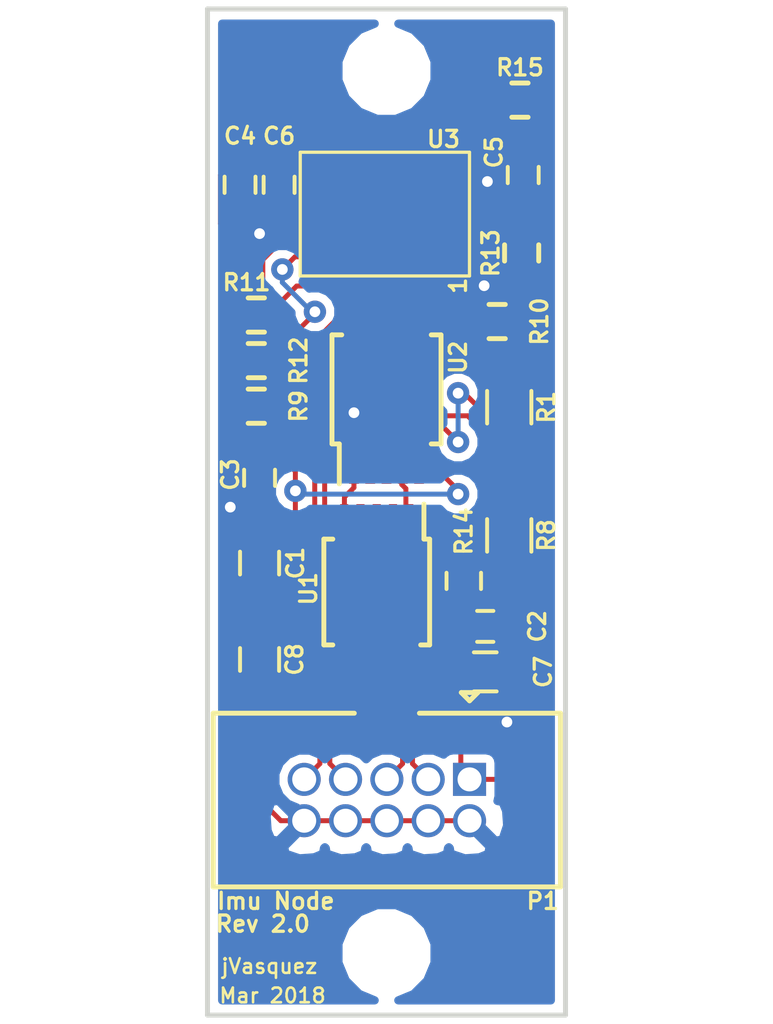
<source format=kicad_pcb>
(kicad_pcb (version 4) (host pcbnew 4.0.4+e1-6308~48~ubuntu15.10.1-stable)

  (general
    (links 63)
    (no_connects 0)
    (area 121.109504 56.0726 162.890496 90.9274)
    (thickness 1.6)
    (drawings 8)
    (tracks 241)
    (zones 0)
    (modules 25)
    (nets 30)
  )

  (page A4)
  (layers
    (0 F.Cu signal)
    (31 B.Cu signal)
    (32 B.Adhes user)
    (33 F.Adhes user)
    (34 B.Paste user)
    (35 F.Paste user)
    (36 B.SilkS user)
    (37 F.SilkS user)
    (38 B.Mask user)
    (39 F.Mask user)
    (40 Dwgs.User user)
    (41 Cmts.User user)
    (42 Eco1.User user)
    (43 Eco2.User user)
    (44 Edge.Cuts user)
    (45 Margin user)
    (46 B.CrtYd user)
    (47 F.CrtYd user)
    (48 B.Fab user hide)
    (49 F.Fab user hide)
  )

  (setup
    (last_trace_width 0.1524)
    (trace_clearance 0.1524)
    (zone_clearance 0.25)
    (zone_45_only no)
    (trace_min 0.1524)
    (segment_width 0.2)
    (edge_width 0.15)
    (via_size 0.6858)
    (via_drill 0.3302)
    (via_min_size 0.6858)
    (via_min_drill 0.3302)
    (uvia_size 2.54)
    (uvia_drill 0)
    (uvias_allowed no)
    (uvia_min_size 0)
    (uvia_min_drill 0)
    (pcb_text_width 0.3)
    (pcb_text_size 1.5 1.5)
    (mod_edge_width 0.15)
    (mod_text_size 1 1)
    (mod_text_width 0.15)
    (pad_size 1.524 1.524)
    (pad_drill 0.762)
    (pad_to_mask_clearance 0.1)
    (aux_axis_origin 136.5 58)
    (grid_origin 136.5 58)
    (visible_elements FFFFFF7F)
    (pcbplotparams
      (layerselection 0x010fc_80000001)
      (usegerberextensions true)
      (excludeedgelayer true)
      (linewidth 0.100000)
      (plotframeref false)
      (viasonmask false)
      (mode 1)
      (useauxorigin false)
      (hpglpennumber 1)
      (hpglpenspeed 20)
      (hpglpendiameter 15)
      (hpglpenoverlay 2)
      (psnegative false)
      (psa4output false)
      (plotreference true)
      (plotvalue true)
      (plotinvisibletext false)
      (padsonsilk false)
      (subtractmaskfromsilk false)
      (outputformat 1)
      (mirror false)
      (drillshape 0)
      (scaleselection 1)
      (outputdirectory assembly/imu_noodle_rev_2.0_14-mar-2018/positions/))
  )

  (net 0 "")
  (net 1 +3V3)
  (net 2 GNDD)
  (net 3 "Net-(C5-Pad2)")
  (net 4 /DSCL0_N)
  (net 5 /DSCL0_P)
  (net 6 /DSDA0_P)
  (net 7 /DSDA0_N)
  (net 8 SDA_CLASH)
  (net 9 SCL_CLASH)
  (net 10 "Net-(R1-Pad2)")
  (net 11 "Net-(R14-Pad1)")
  (net 12 /t_scl)
  (net 13 /t_sda)
  (net 14 "Net-(R13-Pad2)")
  (net 15 "Net-(R15-Pad2)")
  (net 16 "Net-(U1-Pad3)")
  (net 17 "Net-(U2-Pad6)")
  (net 18 "Net-(U3-Pad1)")
  (net 19 "Net-(U3-Pad27)")
  (net 20 "Net-(U3-Pad26)")
  (net 21 "Net-(U3-Pad24)")
  (net 22 "Net-(U3-Pad23)")
  (net 23 "Net-(U3-Pad22)")
  (net 24 "Net-(U3-Pad21)")
  (net 25 "Net-(U3-Pad7)")
  (net 26 "Net-(U3-Pad8)")
  (net 27 "Net-(U3-Pad14)")
  (net 28 "Net-(U3-Pad12)")
  (net 29 "Net-(U3-Pad13)")

  (net_class Default "This is the default net class."
    (clearance 0.1524)
    (trace_width 0.1524)
    (via_dia 0.6858)
    (via_drill 0.3302)
    (uvia_dia 2.54)
    (uvia_drill 0)
    (add_net +3V3)
    (add_net /DSCL0_N)
    (add_net /DSCL0_P)
    (add_net /DSDA0_N)
    (add_net /DSDA0_P)
    (add_net /t_scl)
    (add_net /t_sda)
    (add_net GNDD)
    (add_net "Net-(C5-Pad2)")
    (add_net "Net-(R1-Pad2)")
    (add_net "Net-(R13-Pad2)")
    (add_net "Net-(R14-Pad1)")
    (add_net "Net-(R15-Pad2)")
    (add_net "Net-(U1-Pad3)")
    (add_net "Net-(U2-Pad6)")
    (add_net "Net-(U3-Pad1)")
    (add_net "Net-(U3-Pad12)")
    (add_net "Net-(U3-Pad13)")
    (add_net "Net-(U3-Pad14)")
    (add_net "Net-(U3-Pad21)")
    (add_net "Net-(U3-Pad22)")
    (add_net "Net-(U3-Pad23)")
    (add_net "Net-(U3-Pad24)")
    (add_net "Net-(U3-Pad26)")
    (add_net "Net-(U3-Pad27)")
    (add_net "Net-(U3-Pad7)")
    (add_net "Net-(U3-Pad8)")
    (add_net SCL_CLASH)
    (add_net SDA_CLASH)
  )

  (module Capacitors_SMD:C_0603 (layer F.Cu) (tedit 58859A4F) (tstamp 58858A46)
    (at 138.1 75.018 90)
    (descr "Capacitor SMD 0603, reflow soldering, AVX (see smccp.pdf)")
    (tags "capacitor 0603")
    (path /58846D10)
    (attr smd)
    (fp_text reference C1 (at 0 1.1 90) (layer F.SilkS)
      (effects (font (size 0.5 0.5) (thickness 0.1)))
    )
    (fp_text value 1uF (at 0 1.9 90) (layer F.Fab)
      (effects (font (size 1 1) (thickness 0.15)))
    )
    (fp_line (start -0.8 0.4) (end -0.8 -0.4) (layer F.Fab) (width 0.1))
    (fp_line (start 0.8 0.4) (end -0.8 0.4) (layer F.Fab) (width 0.1))
    (fp_line (start 0.8 -0.4) (end 0.8 0.4) (layer F.Fab) (width 0.1))
    (fp_line (start -0.8 -0.4) (end 0.8 -0.4) (layer F.Fab) (width 0.1))
    (fp_line (start -1.45 -0.75) (end 1.45 -0.75) (layer F.CrtYd) (width 0.05))
    (fp_line (start -1.45 0.75) (end 1.45 0.75) (layer F.CrtYd) (width 0.05))
    (fp_line (start -1.45 -0.75) (end -1.45 0.75) (layer F.CrtYd) (width 0.05))
    (fp_line (start 1.45 -0.75) (end 1.45 0.75) (layer F.CrtYd) (width 0.05))
    (fp_line (start -0.35 -0.6) (end 0.35 -0.6) (layer F.SilkS) (width 0.12))
    (fp_line (start 0.35 0.6) (end -0.35 0.6) (layer F.SilkS) (width 0.12))
    (pad 1 smd rect (at -0.75 0 90) (size 0.8 0.75) (layers F.Cu F.Paste F.Mask)
      (net 1 +3V3))
    (pad 2 smd rect (at 0.75 0 90) (size 0.8 0.75) (layers F.Cu F.Paste F.Mask)
      (net 2 GNDD))
    (model Capacitors_SMD.3dshapes/C_0603.wrl
      (at (xyz 0 0 0))
      (scale (xyz 1 1 1))
      (rotate (xyz 0 0 0))
    )
  )

  (module Resistors_SMD:R_0402 (layer F.Cu) (tedit 58859A0E) (tstamp 58858AB5)
    (at 138 70.2)
    (descr "Resistor SMD 0402, reflow soldering, Vishay (see dcrcw.pdf)")
    (tags "resistor 0402")
    (path /58848B89)
    (attr smd)
    (fp_text reference R9 (at 1.3 0 90) (layer F.SilkS)
      (effects (font (size 0.5 0.5) (thickness 0.1)))
    )
    (fp_text value 4K7 (at 0 1.8) (layer F.Fab)
      (effects (font (size 1 1) (thickness 0.15)))
    )
    (fp_line (start -0.5 0.25) (end -0.5 -0.25) (layer F.Fab) (width 0.1))
    (fp_line (start 0.5 0.25) (end -0.5 0.25) (layer F.Fab) (width 0.1))
    (fp_line (start 0.5 -0.25) (end 0.5 0.25) (layer F.Fab) (width 0.1))
    (fp_line (start -0.5 -0.25) (end 0.5 -0.25) (layer F.Fab) (width 0.1))
    (fp_line (start -0.95 -0.65) (end 0.95 -0.65) (layer F.CrtYd) (width 0.05))
    (fp_line (start -0.95 0.65) (end 0.95 0.65) (layer F.CrtYd) (width 0.05))
    (fp_line (start -0.95 -0.65) (end -0.95 0.65) (layer F.CrtYd) (width 0.05))
    (fp_line (start 0.95 -0.65) (end 0.95 0.65) (layer F.CrtYd) (width 0.05))
    (fp_line (start 0.25 -0.525) (end -0.25 -0.525) (layer F.SilkS) (width 0.15))
    (fp_line (start -0.25 0.525) (end 0.25 0.525) (layer F.SilkS) (width 0.15))
    (pad 1 smd rect (at -0.45 0) (size 0.4 0.6) (layers F.Cu F.Paste F.Mask)
      (net 1 +3V3))
    (pad 2 smd rect (at 0.45 0) (size 0.4 0.6) (layers F.Cu F.Paste F.Mask)
      (net 8 SDA_CLASH))
    (model Resistors_SMD.3dshapes/R_0402.wrl
      (at (xyz 0 0 0))
      (scale (xyz 1 1 1))
      (rotate (xyz 0 0 0))
    )
  )

  (module Resistors_SMD:R_0402 (layer F.Cu) (tedit 58859A04) (tstamp 58858ABB)
    (at 145.4 67.6 180)
    (descr "Resistor SMD 0402, reflow soldering, Vishay (see dcrcw.pdf)")
    (tags "resistor 0402")
    (path /58848CCF)
    (attr smd)
    (fp_text reference R10 (at -1.3 0 270) (layer F.SilkS)
      (effects (font (size 0.5 0.5) (thickness 0.1)))
    )
    (fp_text value 4K7 (at 0 1.8 180) (layer F.Fab)
      (effects (font (size 1 1) (thickness 0.15)))
    )
    (fp_line (start -0.5 0.25) (end -0.5 -0.25) (layer F.Fab) (width 0.1))
    (fp_line (start 0.5 0.25) (end -0.5 0.25) (layer F.Fab) (width 0.1))
    (fp_line (start 0.5 -0.25) (end 0.5 0.25) (layer F.Fab) (width 0.1))
    (fp_line (start -0.5 -0.25) (end 0.5 -0.25) (layer F.Fab) (width 0.1))
    (fp_line (start -0.95 -0.65) (end 0.95 -0.65) (layer F.CrtYd) (width 0.05))
    (fp_line (start -0.95 0.65) (end 0.95 0.65) (layer F.CrtYd) (width 0.05))
    (fp_line (start -0.95 -0.65) (end -0.95 0.65) (layer F.CrtYd) (width 0.05))
    (fp_line (start 0.95 -0.65) (end 0.95 0.65) (layer F.CrtYd) (width 0.05))
    (fp_line (start 0.25 -0.525) (end -0.25 -0.525) (layer F.SilkS) (width 0.15))
    (fp_line (start -0.25 0.525) (end 0.25 0.525) (layer F.SilkS) (width 0.15))
    (pad 1 smd rect (at -0.45 0 180) (size 0.4 0.6) (layers F.Cu F.Paste F.Mask)
      (net 1 +3V3))
    (pad 2 smd rect (at 0.45 0 180) (size 0.4 0.6) (layers F.Cu F.Paste F.Mask)
      (net 9 SCL_CLASH))
    (model Resistors_SMD.3dshapes/R_0402.wrl
      (at (xyz 0 0 0))
      (scale (xyz 1 1 1))
      (rotate (xyz 0 0 0))
    )
  )

  (module Resistors_SMD:R_0402 (layer F.Cu) (tedit 588599E3) (tstamp 58858AC1)
    (at 138 67.4)
    (descr "Resistor SMD 0402, reflow soldering, Vishay (see dcrcw.pdf)")
    (tags "resistor 0402")
    (path /5884953A)
    (attr smd)
    (fp_text reference R11 (at -0.3 -1) (layer F.SilkS)
      (effects (font (size 0.5 0.5) (thickness 0.1)))
    )
    (fp_text value 4K7 (at 0 1.8) (layer F.Fab)
      (effects (font (size 1 1) (thickness 0.15)))
    )
    (fp_line (start -0.5 0.25) (end -0.5 -0.25) (layer F.Fab) (width 0.1))
    (fp_line (start 0.5 0.25) (end -0.5 0.25) (layer F.Fab) (width 0.1))
    (fp_line (start 0.5 -0.25) (end 0.5 0.25) (layer F.Fab) (width 0.1))
    (fp_line (start -0.5 -0.25) (end 0.5 -0.25) (layer F.Fab) (width 0.1))
    (fp_line (start -0.95 -0.65) (end 0.95 -0.65) (layer F.CrtYd) (width 0.05))
    (fp_line (start -0.95 0.65) (end 0.95 0.65) (layer F.CrtYd) (width 0.05))
    (fp_line (start -0.95 -0.65) (end -0.95 0.65) (layer F.CrtYd) (width 0.05))
    (fp_line (start 0.95 -0.65) (end 0.95 0.65) (layer F.CrtYd) (width 0.05))
    (fp_line (start 0.25 -0.525) (end -0.25 -0.525) (layer F.SilkS) (width 0.15))
    (fp_line (start -0.25 0.525) (end 0.25 0.525) (layer F.SilkS) (width 0.15))
    (pad 1 smd rect (at -0.45 0) (size 0.4 0.6) (layers F.Cu F.Paste F.Mask)
      (net 1 +3V3))
    (pad 2 smd rect (at 0.45 0) (size 0.4 0.6) (layers F.Cu F.Paste F.Mask)
      (net 12 /t_scl))
    (model Resistors_SMD.3dshapes/R_0402.wrl
      (at (xyz 0 0 0))
      (scale (xyz 1 1 1))
      (rotate (xyz 0 0 0))
    )
  )

  (module Resistors_SMD:R_0402 (layer F.Cu) (tedit 588599F1) (tstamp 58858AC7)
    (at 138 68.8)
    (descr "Resistor SMD 0402, reflow soldering, Vishay (see dcrcw.pdf)")
    (tags "resistor 0402")
    (path /588495AA)
    (attr smd)
    (fp_text reference R12 (at 1.3 0 270) (layer F.SilkS)
      (effects (font (size 0.5 0.5) (thickness 0.1)))
    )
    (fp_text value 4K7 (at 0 1.8) (layer F.Fab)
      (effects (font (size 1 1) (thickness 0.15)))
    )
    (fp_line (start -0.5 0.25) (end -0.5 -0.25) (layer F.Fab) (width 0.1))
    (fp_line (start 0.5 0.25) (end -0.5 0.25) (layer F.Fab) (width 0.1))
    (fp_line (start 0.5 -0.25) (end 0.5 0.25) (layer F.Fab) (width 0.1))
    (fp_line (start -0.5 -0.25) (end 0.5 -0.25) (layer F.Fab) (width 0.1))
    (fp_line (start -0.95 -0.65) (end 0.95 -0.65) (layer F.CrtYd) (width 0.05))
    (fp_line (start -0.95 0.65) (end 0.95 0.65) (layer F.CrtYd) (width 0.05))
    (fp_line (start -0.95 -0.65) (end -0.95 0.65) (layer F.CrtYd) (width 0.05))
    (fp_line (start 0.95 -0.65) (end 0.95 0.65) (layer F.CrtYd) (width 0.05))
    (fp_line (start 0.25 -0.525) (end -0.25 -0.525) (layer F.SilkS) (width 0.15))
    (fp_line (start -0.25 0.525) (end 0.25 0.525) (layer F.SilkS) (width 0.15))
    (pad 1 smd rect (at -0.45 0) (size 0.4 0.6) (layers F.Cu F.Paste F.Mask)
      (net 1 +3V3))
    (pad 2 smd rect (at 0.45 0) (size 0.4 0.6) (layers F.Cu F.Paste F.Mask)
      (net 13 /t_sda))
    (model Resistors_SMD.3dshapes/R_0402.wrl
      (at (xyz 0 0 0))
      (scale (xyz 1 1 1))
      (rotate (xyz 0 0 0))
    )
  )

  (module Housings_SSOP:TSSOP-10_3x3mm_Pitch0.5mm (layer F.Cu) (tedit 58859AB8) (tstamp 58858AD5)
    (at 141.7 75.907 270)
    (descr "TSSOP10: plastic thin shrink small outline package; 10 leads; body width 3 mm; (see NXP SSOP-TSSOP-VSO-REFLOW.pdf and sot552-1_po.pdf)")
    (tags "SSOP 0.5")
    (path /588475C7)
    (attr smd)
    (fp_text reference U1 (at -0.1 2.1 270) (layer F.SilkS)
      (effects (font (size 0.5 0.5) (thickness 0.1)))
    )
    (fp_text value PCA9615 (at 0 2.55 270) (layer F.Fab)
      (effects (font (size 1 1) (thickness 0.15)))
    )
    (fp_line (start -0.5 -1.5) (end 1.5 -1.5) (layer F.Fab) (width 0.15))
    (fp_line (start 1.5 -1.5) (end 1.5 1.5) (layer F.Fab) (width 0.15))
    (fp_line (start 1.5 1.5) (end -1.5 1.5) (layer F.Fab) (width 0.15))
    (fp_line (start -1.5 1.5) (end -1.5 -0.5) (layer F.Fab) (width 0.15))
    (fp_line (start -1.5 -0.5) (end -0.5 -1.5) (layer F.Fab) (width 0.15))
    (fp_line (start -2.95 -1.8) (end -2.95 1.8) (layer F.CrtYd) (width 0.05))
    (fp_line (start 2.95 -1.8) (end 2.95 1.8) (layer F.CrtYd) (width 0.05))
    (fp_line (start -2.95 -1.8) (end 2.95 -1.8) (layer F.CrtYd) (width 0.05))
    (fp_line (start -2.95 1.8) (end 2.95 1.8) (layer F.CrtYd) (width 0.05))
    (fp_line (start -1.625 -1.625) (end -1.625 -1.45) (layer F.SilkS) (width 0.15))
    (fp_line (start 1.625 -1.625) (end 1.625 -1.35) (layer F.SilkS) (width 0.15))
    (fp_line (start 1.625 1.625) (end 1.625 1.35) (layer F.SilkS) (width 0.15))
    (fp_line (start -1.625 1.625) (end -1.625 1.35) (layer F.SilkS) (width 0.15))
    (fp_line (start -1.625 -1.625) (end 1.625 -1.625) (layer F.SilkS) (width 0.15))
    (fp_line (start -1.625 1.625) (end 1.625 1.625) (layer F.SilkS) (width 0.15))
    (fp_line (start -1.625 -1.45) (end -2.7 -1.45) (layer F.SilkS) (width 0.15))
    (pad 1 smd rect (at -2.15 -1 270) (size 1.1 0.25) (layers F.Cu F.Paste F.Mask)
      (net 1 +3V3))
    (pad 2 smd rect (at -2.15 -0.5 270) (size 1.1 0.25) (layers F.Cu F.Paste F.Mask)
      (net 8 SDA_CLASH))
    (pad 3 smd rect (at -2.15 0 270) (size 1.1 0.25) (layers F.Cu F.Paste F.Mask)
      (net 16 "Net-(U1-Pad3)"))
    (pad 4 smd rect (at -2.15 0.5 270) (size 1.1 0.25) (layers F.Cu F.Paste F.Mask)
      (net 9 SCL_CLASH))
    (pad 5 smd rect (at -2.15 1 270) (size 1.1 0.25) (layers F.Cu F.Paste F.Mask)
      (net 2 GNDD))
    (pad 6 smd rect (at 2.15 1 270) (size 1.1 0.25) (layers F.Cu F.Paste F.Mask)
      (net 4 /DSCL0_N))
    (pad 7 smd rect (at 2.15 0.5 270) (size 1.1 0.25) (layers F.Cu F.Paste F.Mask)
      (net 5 /DSCL0_P))
    (pad 8 smd rect (at 2.15 0 270) (size 1.1 0.25) (layers F.Cu F.Paste F.Mask)
      (net 6 /DSDA0_P))
    (pad 9 smd rect (at 2.15 -0.5 270) (size 1.1 0.25) (layers F.Cu F.Paste F.Mask)
      (net 7 /DSDA0_N))
    (pad 10 smd rect (at 2.15 -1 270) (size 1.1 0.25) (layers F.Cu F.Paste F.Mask)
      (net 1 +3V3))
    (model Housings_SSOP.3dshapes/TSSOP-10_3x3mm_Pitch0.5mm.wrl
      (at (xyz 0 0 0))
      (scale (xyz 1 1 1))
      (rotate (xyz 0 0 0))
    )
  )

  (module double_jump_electric_component_library:LGA-28 (layer F.Cu) (tedit 58856C08) (tstamp 58858B1B)
    (at 141.95 64.3 270)
    (path /58851C00)
    (attr smd)
    (fp_text reference U3 (at -2.3 -1.8 360) (layer F.SilkS)
      (effects (font (size 0.5 0.5) (thickness 0.1)))
    )
    (fp_text value BNO055 (at 0 -3.8 270) (layer F.Fab)
      (effects (font (size 1 1) (thickness 0.15)))
    )
    (fp_line (start -1.9 -2.6) (end 1.9 -2.6) (layer F.SilkS) (width 0.1))
    (fp_line (start -1.9 2.6) (end -1.9 -2.6) (layer F.SilkS) (width 0.1))
    (fp_line (start 1.9 2.6) (end -1.9 2.6) (layer F.SilkS) (width 0.1))
    (fp_line (start 1.9 -2.6) (end 1.9 2.6) (layer F.SilkS) (width 0.1))
    (fp_text user 1 (at 2.2 -2.25 450) (layer F.SilkS)
      (effects (font (size 0.5 0.5) (thickness 0.1)))
    )
    (fp_line (start -1.9 2.6) (end -1.9 -2.6) (layer F.CrtYd) (width 0.15))
    (fp_line (start 1.9 2.6) (end -1.9 2.6) (layer F.CrtYd) (width 0.15))
    (fp_line (start 1.9 -2.6) (end 1.9 2.6) (layer F.CrtYd) (width 0.15))
    (fp_line (start -1.9 -2.6) (end 1.9 -2.6) (layer F.CrtYd) (width 0.15))
    (pad 1 smd rect (at 1.3125 -2.25 270) (size 0.475 0.25) (layers F.Cu F.Paste F.Mask)
      (net 18 "Net-(U3-Pad1)"))
    (pad 28 smd rect (at 1.3125 -1.75 270) (size 0.475 0.25) (layers F.Cu F.Paste F.Mask)
      (net 1 +3V3))
    (pad 27 smd rect (at 1.3125 -1.25 270) (size 0.475 0.25) (layers F.Cu F.Paste F.Mask)
      (net 19 "Net-(U3-Pad27)"))
    (pad 26 smd rect (at 1.3125 -0.75 270) (size 0.475 0.25) (layers F.Cu F.Paste F.Mask)
      (net 20 "Net-(U3-Pad26)"))
    (pad 25 smd rect (at 1.3125 -0.25 270) (size 0.475 0.25) (layers F.Cu F.Paste F.Mask)
      (net 2 GNDD))
    (pad 24 smd rect (at 1.3125 0.25 270) (size 0.475 0.25) (layers F.Cu F.Paste F.Mask)
      (net 21 "Net-(U3-Pad24)"))
    (pad 23 smd rect (at 1.3125 0.75 270) (size 0.475 0.25) (layers F.Cu F.Paste F.Mask)
      (net 22 "Net-(U3-Pad23)"))
    (pad 22 smd rect (at 1.3125 1.25 270) (size 0.475 0.25) (layers F.Cu F.Paste F.Mask)
      (net 23 "Net-(U3-Pad22)"))
    (pad 21 smd rect (at 1.3125 1.75 270) (size 0.475 0.25) (layers F.Cu F.Paste F.Mask)
      (net 24 "Net-(U3-Pad21)"))
    (pad 20 smd rect (at 1.3125 2.25 270) (size 0.475 0.25) (layers F.Cu F.Paste F.Mask)
      (net 13 /t_sda))
    (pad 9 smd rect (at -1.3125 -0.75 270) (size 0.475 0.25) (layers F.Cu F.Paste F.Mask)
      (net 3 "Net-(C5-Pad2)"))
    (pad 6 smd rect (at -1.3125 -2.25 270) (size 0.475 0.25) (layers F.Cu F.Paste F.Mask)
      (net 2 GNDD))
    (pad 7 smd rect (at -1.3125 -1.75 270) (size 0.475 0.25) (layers F.Cu F.Paste F.Mask)
      (net 25 "Net-(U3-Pad7)"))
    (pad 8 smd rect (at -1.3125 -1.25 270) (size 0.475 0.25) (layers F.Cu F.Paste F.Mask)
      (net 26 "Net-(U3-Pad8)"))
    (pad 10 smd rect (at -1.3125 -0.25 270) (size 0.475 0.25) (layers F.Cu F.Paste F.Mask)
      (net 2 GNDD))
    (pad 14 smd rect (at -1.3125 1.75 270) (size 0.475 0.25) (layers F.Cu F.Paste F.Mask)
      (net 27 "Net-(U3-Pad14)"))
    (pad 11 smd rect (at -1.3125 0.25 270) (size 0.475 0.25) (layers F.Cu F.Paste F.Mask)
      (net 15 "Net-(R15-Pad2)"))
    (pad 12 smd rect (at -1.3125 0.75 270) (size 0.475 0.25) (layers F.Cu F.Paste F.Mask)
      (net 28 "Net-(U3-Pad12)"))
    (pad 13 smd rect (at -1.3125 1.25 270) (size 0.475 0.25) (layers F.Cu F.Paste F.Mask)
      (net 29 "Net-(U3-Pad13)"))
    (pad 15 smd rect (at -1.3125 2.25 270) (size 0.475 0.25) (layers F.Cu F.Paste F.Mask)
      (net 2 GNDD))
    (pad 2 smd rect (at 0.75 -2.25 270) (size 0.25 0.475) (layers F.Cu F.Paste F.Mask)
      (net 2 GNDD))
    (pad 3 smd rect (at 0.25 -2.25 270) (size 0.25 0.475) (layers F.Cu F.Paste F.Mask)
      (net 1 +3V3))
    (pad 4 smd rect (at -0.25 -2.25 270) (size 0.25 0.475) (layers F.Cu F.Paste F.Mask)
      (net 14 "Net-(R13-Pad2)"))
    (pad 5 smd rect (at -0.75 -2.25 270) (size 0.25 0.475) (layers F.Cu F.Paste F.Mask)
      (net 2 GNDD))
    (pad 19 smd rect (at 0.75 2.25 270) (size 0.25 0.475) (layers F.Cu F.Paste F.Mask)
      (net 12 /t_scl))
    (pad 18 smd rect (at 0.25 2.25 270) (size 0.25 0.475) (layers F.Cu F.Paste F.Mask)
      (net 2 GNDD))
    (pad 17 smd rect (at -0.25 2.25 270) (size 0.25 0.475) (layers F.Cu F.Paste F.Mask)
      (net 2 GNDD))
    (pad 16 smd rect (at -0.75 2.25 270) (size 0.25 0.475) (layers F.Cu F.Paste F.Mask)
      (net 2 GNDD))
  )

  (module Fiducials:Fiducial_1mm_Dia_2.54mm_Outer_CopperTop (layer F.Cu) (tedit 58859E4C) (tstamp 58859E38)
    (at 138 59.5)
    (descr "Circular Fiducial, 1mm bare copper top; 2.54mm keepout")
    (tags marker)
    (attr virtual)
    (fp_text reference REF** (at -3.6 -1.2) (layer F.SilkS) hide
      (effects (font (size 1 1) (thickness 0.15)))
    )
    (fp_text value Fiducial_1mm_Dia_2.54mm_Outer_CopperTop (at 0 -1.8) (layer F.Fab)
      (effects (font (size 1 1) (thickness 0.15)))
    )
    (fp_circle (center 0 0) (end 1.55 0) (layer F.CrtYd) (width 0.05))
    (pad ~ smd circle (at 0 0) (size 1 1) (layers F.Cu F.Mask)
      (solder_mask_margin 0.77) (clearance 0.77))
  )

  (module Fiducials:Fiducial_1mm_Dia_2.54mm_Outer_CopperTop (layer F.Cu) (tedit 58859E80) (tstamp 58859E5A)
    (at 146 87.4)
    (descr "Circular Fiducial, 1mm bare copper top; 2.54mm keepout")
    (tags marker)
    (attr virtual)
    (fp_text reference REF** (at 3.4 0.7) (layer F.SilkS) hide
      (effects (font (size 1 1) (thickness 0.15)))
    )
    (fp_text value Fiducial_1mm_Dia_2.54mm_Outer_CopperTop (at 0 -1.8) (layer F.Fab)
      (effects (font (size 1 1) (thickness 0.15)))
    )
    (fp_circle (center 0 0) (end 1.55 0) (layer F.CrtYd) (width 0.05))
    (pad ~ smd circle (at 0 0) (size 1 1) (layers F.Cu F.Mask)
      (solder_mask_margin 0.77) (clearance 0.77))
  )

  (module Resistors_SMD:R_0402 (layer F.Cu) (tedit 58916BC0) (tstamp 589160E7)
    (at 146.152 65.493 90)
    (descr "Resistor SMD 0402, reflow soldering, Vishay (see dcrcw.pdf)")
    (tags "resistor 0402")
    (path /58916775)
    (attr smd)
    (fp_text reference R13 (at -0.007 -0.952 270) (layer F.SilkS)
      (effects (font (size 0.5 0.5) (thickness 0.1)))
    )
    (fp_text value 10K (at 0 1.8 90) (layer F.Fab)
      (effects (font (size 1 1) (thickness 0.15)))
    )
    (fp_line (start -0.5 0.25) (end -0.5 -0.25) (layer F.Fab) (width 0.1))
    (fp_line (start 0.5 0.25) (end -0.5 0.25) (layer F.Fab) (width 0.1))
    (fp_line (start 0.5 -0.25) (end 0.5 0.25) (layer F.Fab) (width 0.1))
    (fp_line (start -0.5 -0.25) (end 0.5 -0.25) (layer F.Fab) (width 0.1))
    (fp_line (start -0.95 -0.65) (end 0.95 -0.65) (layer F.CrtYd) (width 0.05))
    (fp_line (start -0.95 0.65) (end 0.95 0.65) (layer F.CrtYd) (width 0.05))
    (fp_line (start -0.95 -0.65) (end -0.95 0.65) (layer F.CrtYd) (width 0.05))
    (fp_line (start 0.95 -0.65) (end 0.95 0.65) (layer F.CrtYd) (width 0.05))
    (fp_line (start 0.25 -0.525) (end -0.25 -0.525) (layer F.SilkS) (width 0.15))
    (fp_line (start -0.25 0.525) (end 0.25 0.525) (layer F.SilkS) (width 0.15))
    (pad 1 smd rect (at -0.45 0 90) (size 0.4 0.6) (layers F.Cu F.Paste F.Mask)
      (net 1 +3V3))
    (pad 2 smd rect (at 0.45 0 90) (size 0.4 0.6) (layers F.Cu F.Paste F.Mask)
      (net 14 "Net-(R13-Pad2)"))
    (model Resistors_SMD.3dshapes/R_0402.wrl
      (at (xyz 0 0 0))
      (scale (xyz 1 1 1))
      (rotate (xyz 0 0 0))
    )
  )

  (module Capacitors_SMD:C_0402 (layer F.Cu) (tedit 5892AEC9) (tstamp 5892AE35)
    (at 145.034 76.962 180)
    (descr "Capacitor SMD 0402, reflow soldering, AVX (see smccp.pdf)")
    (tags "capacitor 0402")
    (path /5892BB0C)
    (attr smd)
    (fp_text reference C2 (at -1.6 0 270) (layer F.SilkS)
      (effects (font (size 0.5 0.5) (thickness 0.1)))
    )
    (fp_text value 0.1uF (at 0 1.7 180) (layer F.Fab)
      (effects (font (size 1 1) (thickness 0.15)))
    )
    (fp_line (start -0.5 0.25) (end -0.5 -0.25) (layer F.Fab) (width 0.1))
    (fp_line (start 0.5 0.25) (end -0.5 0.25) (layer F.Fab) (width 0.1))
    (fp_line (start 0.5 -0.25) (end 0.5 0.25) (layer F.Fab) (width 0.1))
    (fp_line (start -0.5 -0.25) (end 0.5 -0.25) (layer F.Fab) (width 0.1))
    (fp_line (start -1.15 -0.6) (end 1.15 -0.6) (layer F.CrtYd) (width 0.05))
    (fp_line (start -1.15 0.6) (end 1.15 0.6) (layer F.CrtYd) (width 0.05))
    (fp_line (start -1.15 -0.6) (end -1.15 0.6) (layer F.CrtYd) (width 0.05))
    (fp_line (start 1.15 -0.6) (end 1.15 0.6) (layer F.CrtYd) (width 0.05))
    (fp_line (start 0.25 -0.475) (end -0.25 -0.475) (layer F.SilkS) (width 0.12))
    (fp_line (start -0.25 0.475) (end 0.25 0.475) (layer F.SilkS) (width 0.12))
    (pad 1 smd rect (at -0.55 0 180) (size 0.6 0.5) (layers F.Cu F.Paste F.Mask)
      (net 2 GNDD))
    (pad 2 smd rect (at 0.55 0 180) (size 0.6 0.5) (layers F.Cu F.Paste F.Mask)
      (net 1 +3V3))
    (model Capacitors_SMD.3dshapes/C_0402.wrl
      (at (xyz 0 0 0))
      (scale (xyz 1 1 1))
      (rotate (xyz 0 0 0))
    )
  )

  (module Capacitors_SMD:C_0402 (layer F.Cu) (tedit 5892AE1C) (tstamp 5892AE44)
    (at 138.1 72.4 90)
    (descr "Capacitor SMD 0402, reflow soldering, AVX (see smccp.pdf)")
    (tags "capacitor 0402")
    (path /58854E97)
    (attr smd)
    (fp_text reference C3 (at 0.1 -0.9 90) (layer F.SilkS)
      (effects (font (size 0.5 0.5) (thickness 0.1)))
    )
    (fp_text value 6.8nF (at 0 1.7 90) (layer F.Fab)
      (effects (font (size 1 1) (thickness 0.15)))
    )
    (fp_line (start -0.5 0.25) (end -0.5 -0.25) (layer F.Fab) (width 0.1))
    (fp_line (start 0.5 0.25) (end -0.5 0.25) (layer F.Fab) (width 0.1))
    (fp_line (start 0.5 -0.25) (end 0.5 0.25) (layer F.Fab) (width 0.1))
    (fp_line (start -0.5 -0.25) (end 0.5 -0.25) (layer F.Fab) (width 0.1))
    (fp_line (start -1.15 -0.6) (end 1.15 -0.6) (layer F.CrtYd) (width 0.05))
    (fp_line (start -1.15 0.6) (end 1.15 0.6) (layer F.CrtYd) (width 0.05))
    (fp_line (start -1.15 -0.6) (end -1.15 0.6) (layer F.CrtYd) (width 0.05))
    (fp_line (start 1.15 -0.6) (end 1.15 0.6) (layer F.CrtYd) (width 0.05))
    (fp_line (start 0.25 -0.475) (end -0.25 -0.475) (layer F.SilkS) (width 0.12))
    (fp_line (start -0.25 0.475) (end 0.25 0.475) (layer F.SilkS) (width 0.12))
    (pad 1 smd rect (at -0.55 0 90) (size 0.6 0.5) (layers F.Cu F.Paste F.Mask)
      (net 2 GNDD))
    (pad 2 smd rect (at 0.55 0 90) (size 0.6 0.5) (layers F.Cu F.Paste F.Mask)
      (net 1 +3V3))
    (model Capacitors_SMD.3dshapes/C_0402.wrl
      (at (xyz 0 0 0))
      (scale (xyz 1 1 1))
      (rotate (xyz 0 0 0))
    )
  )

  (module Capacitors_SMD:C_0402 (layer F.Cu) (tedit 5892AE07) (tstamp 5892AE53)
    (at 137.5 63.4 90)
    (descr "Capacitor SMD 0402, reflow soldering, AVX (see smccp.pdf)")
    (tags "capacitor 0402")
    (path /58854F85)
    (attr smd)
    (fp_text reference C4 (at 1.5 0 180) (layer F.SilkS)
      (effects (font (size 0.5 0.5) (thickness 0.1)))
    )
    (fp_text value 120nF (at 0 1.7 90) (layer F.Fab)
      (effects (font (size 1 1) (thickness 0.15)))
    )
    (fp_line (start -0.5 0.25) (end -0.5 -0.25) (layer F.Fab) (width 0.1))
    (fp_line (start 0.5 0.25) (end -0.5 0.25) (layer F.Fab) (width 0.1))
    (fp_line (start 0.5 -0.25) (end 0.5 0.25) (layer F.Fab) (width 0.1))
    (fp_line (start -0.5 -0.25) (end 0.5 -0.25) (layer F.Fab) (width 0.1))
    (fp_line (start -1.15 -0.6) (end 1.15 -0.6) (layer F.CrtYd) (width 0.05))
    (fp_line (start -1.15 0.6) (end 1.15 0.6) (layer F.CrtYd) (width 0.05))
    (fp_line (start -1.15 -0.6) (end -1.15 0.6) (layer F.CrtYd) (width 0.05))
    (fp_line (start 1.15 -0.6) (end 1.15 0.6) (layer F.CrtYd) (width 0.05))
    (fp_line (start 0.25 -0.475) (end -0.25 -0.475) (layer F.SilkS) (width 0.12))
    (fp_line (start -0.25 0.475) (end 0.25 0.475) (layer F.SilkS) (width 0.12))
    (pad 1 smd rect (at -0.55 0 90) (size 0.6 0.5) (layers F.Cu F.Paste F.Mask)
      (net 2 GNDD))
    (pad 2 smd rect (at 0.55 0 90) (size 0.6 0.5) (layers F.Cu F.Paste F.Mask)
      (net 1 +3V3))
    (model Capacitors_SMD.3dshapes/C_0402.wrl
      (at (xyz 0 0 0))
      (scale (xyz 1 1 1))
      (rotate (xyz 0 0 0))
    )
  )

  (module Capacitors_SMD:C_0402 (layer F.Cu) (tedit 5892AF15) (tstamp 5892AE62)
    (at 146.2 63.1 90)
    (descr "Capacitor SMD 0402, reflow soldering, AVX (see smccp.pdf)")
    (tags "capacitor 0402")
    (path /58852B91)
    (attr smd)
    (fp_text reference C5 (at 0.7 -0.9 270) (layer F.SilkS)
      (effects (font (size 0.5 0.5) (thickness 0.1)))
    )
    (fp_text value 0.1uF (at 0 1.7 90) (layer F.Fab)
      (effects (font (size 1 1) (thickness 0.15)))
    )
    (fp_line (start -0.5 0.25) (end -0.5 -0.25) (layer F.Fab) (width 0.1))
    (fp_line (start 0.5 0.25) (end -0.5 0.25) (layer F.Fab) (width 0.1))
    (fp_line (start 0.5 -0.25) (end 0.5 0.25) (layer F.Fab) (width 0.1))
    (fp_line (start -0.5 -0.25) (end 0.5 -0.25) (layer F.Fab) (width 0.1))
    (fp_line (start -1.15 -0.6) (end 1.15 -0.6) (layer F.CrtYd) (width 0.05))
    (fp_line (start -1.15 0.6) (end 1.15 0.6) (layer F.CrtYd) (width 0.05))
    (fp_line (start -1.15 -0.6) (end -1.15 0.6) (layer F.CrtYd) (width 0.05))
    (fp_line (start 1.15 -0.6) (end 1.15 0.6) (layer F.CrtYd) (width 0.05))
    (fp_line (start 0.25 -0.475) (end -0.25 -0.475) (layer F.SilkS) (width 0.12))
    (fp_line (start -0.25 0.475) (end 0.25 0.475) (layer F.SilkS) (width 0.12))
    (pad 1 smd rect (at -0.55 0 90) (size 0.6 0.5) (layers F.Cu F.Paste F.Mask)
      (net 2 GNDD))
    (pad 2 smd rect (at 0.55 0 90) (size 0.6 0.5) (layers F.Cu F.Paste F.Mask)
      (net 3 "Net-(C5-Pad2)"))
    (model Capacitors_SMD.3dshapes/C_0402.wrl
      (at (xyz 0 0 0))
      (scale (xyz 1 1 1))
      (rotate (xyz 0 0 0))
    )
  )

  (module Capacitors_SMD:C_0402 (layer F.Cu) (tedit 5892AE0C) (tstamp 5892AE71)
    (at 138.7 63.4 90)
    (descr "Capacitor SMD 0402, reflow soldering, AVX (see smccp.pdf)")
    (tags "capacitor 0402")
    (path /5892B194)
    (attr smd)
    (fp_text reference C6 (at 1.5 0 180) (layer F.SilkS)
      (effects (font (size 0.5 0.5) (thickness 0.1)))
    )
    (fp_text value 0.1uF (at 0 1.7 90) (layer F.Fab)
      (effects (font (size 1 1) (thickness 0.15)))
    )
    (fp_line (start -0.5 0.25) (end -0.5 -0.25) (layer F.Fab) (width 0.1))
    (fp_line (start 0.5 0.25) (end -0.5 0.25) (layer F.Fab) (width 0.1))
    (fp_line (start 0.5 -0.25) (end 0.5 0.25) (layer F.Fab) (width 0.1))
    (fp_line (start -0.5 -0.25) (end 0.5 -0.25) (layer F.Fab) (width 0.1))
    (fp_line (start -1.15 -0.6) (end 1.15 -0.6) (layer F.CrtYd) (width 0.05))
    (fp_line (start -1.15 0.6) (end 1.15 0.6) (layer F.CrtYd) (width 0.05))
    (fp_line (start -1.15 -0.6) (end -1.15 0.6) (layer F.CrtYd) (width 0.05))
    (fp_line (start 1.15 -0.6) (end 1.15 0.6) (layer F.CrtYd) (width 0.05))
    (fp_line (start 0.25 -0.475) (end -0.25 -0.475) (layer F.SilkS) (width 0.12))
    (fp_line (start -0.25 0.475) (end 0.25 0.475) (layer F.SilkS) (width 0.12))
    (pad 1 smd rect (at -0.55 0 90) (size 0.6 0.5) (layers F.Cu F.Paste F.Mask)
      (net 2 GNDD))
    (pad 2 smd rect (at 0.55 0 90) (size 0.6 0.5) (layers F.Cu F.Paste F.Mask)
      (net 1 +3V3))
    (model Capacitors_SMD.3dshapes/C_0402.wrl
      (at (xyz 0 0 0))
      (scale (xyz 1 1 1))
      (rotate (xyz 0 0 0))
    )
  )

  (module Capacitors_SMD:C_0603 (layer F.Cu) (tedit 5892AE32) (tstamp 5892AE8F)
    (at 145.034 78.359)
    (descr "Capacitor SMD 0603, reflow soldering, AVX (see smccp.pdf)")
    (tags "capacitor 0603")
    (path /5892C245)
    (attr smd)
    (fp_text reference C7 (at 1.778 0 90) (layer F.SilkS)
      (effects (font (size 0.5 0.5) (thickness 0.1)))
    )
    (fp_text value 1uF (at 0 1.9) (layer F.Fab)
      (effects (font (size 1 1) (thickness 0.15)))
    )
    (fp_line (start -0.8 0.4) (end -0.8 -0.4) (layer F.Fab) (width 0.1))
    (fp_line (start 0.8 0.4) (end -0.8 0.4) (layer F.Fab) (width 0.1))
    (fp_line (start 0.8 -0.4) (end 0.8 0.4) (layer F.Fab) (width 0.1))
    (fp_line (start -0.8 -0.4) (end 0.8 -0.4) (layer F.Fab) (width 0.1))
    (fp_line (start -1.45 -0.75) (end 1.45 -0.75) (layer F.CrtYd) (width 0.05))
    (fp_line (start -1.45 0.75) (end 1.45 0.75) (layer F.CrtYd) (width 0.05))
    (fp_line (start -1.45 -0.75) (end -1.45 0.75) (layer F.CrtYd) (width 0.05))
    (fp_line (start 1.45 -0.75) (end 1.45 0.75) (layer F.CrtYd) (width 0.05))
    (fp_line (start -0.35 -0.6) (end 0.35 -0.6) (layer F.SilkS) (width 0.12))
    (fp_line (start 0.35 0.6) (end -0.35 0.6) (layer F.SilkS) (width 0.12))
    (pad 1 smd rect (at -0.75 0) (size 0.8 0.75) (layers F.Cu F.Paste F.Mask)
      (net 1 +3V3))
    (pad 2 smd rect (at 0.75 0) (size 0.8 0.75) (layers F.Cu F.Paste F.Mask)
      (net 2 GNDD))
    (model Capacitors_SMD.3dshapes/C_0603.wrl
      (at (xyz 0 0 0))
      (scale (xyz 1 1 1))
      (rotate (xyz 0 0 0))
    )
  )

  (module Mounting_Holes:MountingHole_2.2mm_M2_ISO14580 (layer F.Cu) (tedit 5892BC10) (tstamp 5892BBA2)
    (at 142 87)
    (descr "Mounting Hole 2.2mm, no annular, M2, ISO14580")
    (tags "mounting hole 2.2mm no annular m2 iso14580")
    (fp_text reference REF** (at 0 -2.9) (layer F.SilkS) hide
      (effects (font (size 1 1) (thickness 0.15)))
    )
    (fp_text value MountingHole_2.2mm_M2_ISO14580 (at 0 2.9) (layer F.Fab)
      (effects (font (size 1 1) (thickness 0.15)))
    )
    (fp_circle (center 0 0) (end 1.9 0) (layer Cmts.User) (width 0.15))
    (fp_circle (center 0 0) (end 2.15 0) (layer F.CrtYd) (width 0.05))
    (pad 1 np_thru_hole circle (at 0 0) (size 2.2 2.2) (drill 2.2) (layers *.Cu *.Mask))
  )

  (module Mounting_Holes:MountingHole_2.2mm_M2_ISO14580 (layer F.Cu) (tedit 5892BC15) (tstamp 5892BBCF)
    (at 142 59.9)
    (descr "Mounting Hole 2.2mm, no annular, M2, ISO14580")
    (tags "mounting hole 2.2mm no annular m2 iso14580")
    (fp_text reference REF** (at 0 -2.9) (layer F.SilkS) hide
      (effects (font (size 1 1) (thickness 0.15)))
    )
    (fp_text value MountingHole_2.2mm_M2_ISO14580 (at 0 2.9) (layer F.Fab)
      (effects (font (size 1 1) (thickness 0.15)))
    )
    (fp_circle (center 0 0) (end 1.9 0) (layer Cmts.User) (width 0.15))
    (fp_circle (center 0 0) (end 2.15 0) (layer F.CrtYd) (width 0.05))
    (pad 1 np_thru_hole circle (at 0 0) (size 2.2 2.2) (drill 2.2) (layers *.Cu *.Mask))
  )

  (module Capacitors_SMD:C_0603 (layer F.Cu) (tedit 5892C048) (tstamp 5892C0CB)
    (at 138.1 77.978 270)
    (descr "Capacitor SMD 0603, reflow soldering, AVX (see smccp.pdf)")
    (tags "capacitor 0603")
    (path /5892DD93)
    (attr smd)
    (fp_text reference C8 (at 0 -1.075001 270) (layer F.SilkS)
      (effects (font (size 0.5 0.5) (thickness 0.1)))
    )
    (fp_text value 10uF (at 0 1.9 270) (layer F.Fab)
      (effects (font (size 1 1) (thickness 0.15)))
    )
    (fp_line (start -0.8 0.4) (end -0.8 -0.4) (layer F.Fab) (width 0.1))
    (fp_line (start 0.8 0.4) (end -0.8 0.4) (layer F.Fab) (width 0.1))
    (fp_line (start 0.8 -0.4) (end 0.8 0.4) (layer F.Fab) (width 0.1))
    (fp_line (start -0.8 -0.4) (end 0.8 -0.4) (layer F.Fab) (width 0.1))
    (fp_line (start -1.45 -0.75) (end 1.45 -0.75) (layer F.CrtYd) (width 0.05))
    (fp_line (start -1.45 0.75) (end 1.45 0.75) (layer F.CrtYd) (width 0.05))
    (fp_line (start -1.45 -0.75) (end -1.45 0.75) (layer F.CrtYd) (width 0.05))
    (fp_line (start 1.45 -0.75) (end 1.45 0.75) (layer F.CrtYd) (width 0.05))
    (fp_line (start -0.35 -0.6) (end 0.35 -0.6) (layer F.SilkS) (width 0.12))
    (fp_line (start 0.35 0.6) (end -0.35 0.6) (layer F.SilkS) (width 0.12))
    (pad 1 smd rect (at -0.75 0 270) (size 0.8 0.75) (layers F.Cu F.Paste F.Mask)
      (net 1 +3V3))
    (pad 2 smd rect (at 0.75 0 270) (size 0.8 0.75) (layers F.Cu F.Paste F.Mask)
      (net 2 GNDD))
    (model Capacitors_SMD.3dshapes/C_0603.wrl
      (at (xyz 0 0 0))
      (scale (xyz 1 1 1))
      (rotate (xyz 0 0 0))
    )
  )

  (module Resistors_SMD:R_0402 (layer F.Cu) (tedit 5892DB5B) (tstamp 5892DBBE)
    (at 146.1 60.8 180)
    (descr "Resistor SMD 0402, reflow soldering, Vishay (see dcrcw.pdf)")
    (tags "resistor 0402")
    (path /5893302C)
    (attr smd)
    (fp_text reference R15 (at 0 1 180) (layer F.SilkS)
      (effects (font (size 0.5 0.5) (thickness 0.1)))
    )
    (fp_text value 10K (at 0 1.8 180) (layer F.Fab)
      (effects (font (size 1 1) (thickness 0.15)))
    )
    (fp_line (start -0.5 0.25) (end -0.5 -0.25) (layer F.Fab) (width 0.1))
    (fp_line (start 0.5 0.25) (end -0.5 0.25) (layer F.Fab) (width 0.1))
    (fp_line (start 0.5 -0.25) (end 0.5 0.25) (layer F.Fab) (width 0.1))
    (fp_line (start -0.5 -0.25) (end 0.5 -0.25) (layer F.Fab) (width 0.1))
    (fp_line (start -0.95 -0.65) (end 0.95 -0.65) (layer F.CrtYd) (width 0.05))
    (fp_line (start -0.95 0.65) (end 0.95 0.65) (layer F.CrtYd) (width 0.05))
    (fp_line (start -0.95 -0.65) (end -0.95 0.65) (layer F.CrtYd) (width 0.05))
    (fp_line (start 0.95 -0.65) (end 0.95 0.65) (layer F.CrtYd) (width 0.05))
    (fp_line (start 0.25 -0.525) (end -0.25 -0.525) (layer F.SilkS) (width 0.15))
    (fp_line (start -0.25 0.525) (end 0.25 0.525) (layer F.SilkS) (width 0.15))
    (pad 1 smd rect (at -0.45 0 180) (size 0.4 0.6) (layers F.Cu F.Paste F.Mask)
      (net 1 +3V3))
    (pad 2 smd rect (at 0.45 0 180) (size 0.4 0.6) (layers F.Cu F.Paste F.Mask)
      (net 15 "Net-(R15-Pad2)"))
    (model Resistors_SMD.3dshapes/R_0402.wrl
      (at (xyz 0 0 0))
      (scale (xyz 1 1 1))
      (rotate (xyz 0 0 0))
    )
  )

  (module Housings_SSOP:MSOP-10_3x3mm_Pitch0.5mm (layer F.Cu) (tedit 58B7C1AB) (tstamp 58B7BBDE)
    (at 142 69.684 90)
    (descr "10-Lead Plastic Micro Small Outline Package (MS) [MSOP] (see Microchip Packaging Specification 00000049BS.pdf)")
    (tags "SSOP 0.5")
    (path /58847495)
    (attr smd)
    (fp_text reference U2 (at 0.984 2.2 270) (layer F.SilkS)
      (effects (font (size 0.5 0.5) (thickness 0.1)))
    )
    (fp_text value LTC4316 (at 0 2.6 90) (layer F.Fab)
      (effects (font (size 1 1) (thickness 0.15)))
    )
    (fp_line (start -0.5 -1.5) (end 1.5 -1.5) (layer F.Fab) (width 0.15))
    (fp_line (start 1.5 -1.5) (end 1.5 1.5) (layer F.Fab) (width 0.15))
    (fp_line (start 1.5 1.5) (end -1.5 1.5) (layer F.Fab) (width 0.15))
    (fp_line (start -1.5 1.5) (end -1.5 -0.5) (layer F.Fab) (width 0.15))
    (fp_line (start -1.5 -0.5) (end -0.5 -1.5) (layer F.Fab) (width 0.15))
    (fp_line (start -3.15 -1.85) (end -3.15 1.85) (layer F.CrtYd) (width 0.05))
    (fp_line (start 3.15 -1.85) (end 3.15 1.85) (layer F.CrtYd) (width 0.05))
    (fp_line (start -3.15 -1.85) (end 3.15 -1.85) (layer F.CrtYd) (width 0.05))
    (fp_line (start -3.15 1.85) (end 3.15 1.85) (layer F.CrtYd) (width 0.05))
    (fp_line (start -1.675 -1.675) (end -1.675 -1.45) (layer F.SilkS) (width 0.15))
    (fp_line (start 1.675 -1.675) (end 1.675 -1.375) (layer F.SilkS) (width 0.15))
    (fp_line (start 1.675 1.675) (end 1.675 1.375) (layer F.SilkS) (width 0.15))
    (fp_line (start -1.675 1.675) (end -1.675 1.375) (layer F.SilkS) (width 0.15))
    (fp_line (start -1.675 -1.675) (end 1.675 -1.675) (layer F.SilkS) (width 0.15))
    (fp_line (start -1.675 1.675) (end 1.675 1.675) (layer F.SilkS) (width 0.15))
    (fp_line (start -1.675 -1.45) (end -2.9 -1.45) (layer F.SilkS) (width 0.15))
    (pad 1 smd rect (at -2.2 -1 90) (size 1.4 0.3) (layers F.Cu F.Paste F.Mask)
      (net 2 GNDD))
    (pad 2 smd rect (at -2.2 -0.5 90) (size 1.4 0.3) (layers F.Cu F.Paste F.Mask)
      (net 11 "Net-(R14-Pad1)"))
    (pad 3 smd rect (at -2.2 0 90) (size 1.4 0.3) (layers F.Cu F.Paste F.Mask)
      (net 10 "Net-(R1-Pad2)"))
    (pad 4 smd rect (at -2.2 0.5 90) (size 1.4 0.3) (layers F.Cu F.Paste F.Mask)
      (net 1 +3V3))
    (pad 5 smd rect (at -2.2 1 90) (size 1.4 0.3) (layers F.Cu F.Paste F.Mask)
      (net 1 +3V3))
    (pad 6 smd rect (at 2.2 1 90) (size 1.4 0.3) (layers F.Cu F.Paste F.Mask)
      (net 17 "Net-(U2-Pad6)"))
    (pad 7 smd rect (at 2.2 0.5 90) (size 1.4 0.3) (layers F.Cu F.Paste F.Mask)
      (net 9 SCL_CLASH))
    (pad 8 smd rect (at 2.2 0 90) (size 1.4 0.3) (layers F.Cu F.Paste F.Mask)
      (net 13 /t_sda))
    (pad 9 smd rect (at 2.2 -0.5 90) (size 1.4 0.3) (layers F.Cu F.Paste F.Mask)
      (net 12 /t_scl))
    (pad 10 smd rect (at 2.2 -1 90) (size 1.4 0.3) (layers F.Cu F.Paste F.Mask)
      (net 8 SDA_CLASH))
    (model Housings_SSOP.3dshapes/MSOP-10_3x3mm_Pitch0.5mm.wrl
      (at (xyz 0 0 0))
      (scale (xyz 1 1 1))
      (rotate (xyz 0 0 0))
    )
  )

  (module Resistors_SMD:R_0603_HandSoldering (layer F.Cu) (tedit 5AA33D05) (tstamp 5AA2B750)
    (at 145.771 70.231 270)
    (descr "Resistor SMD 0603, hand soldering")
    (tags "resistor 0603")
    (path /58849C77)
    (attr smd)
    (fp_text reference R1 (at 0 -1.143 270) (layer F.SilkS)
      (effects (font (size 0.5 0.5) (thickness 0.1)))
    )
    (fp_text value TBD (at 0 1.55 270) (layer F.Fab)
      (effects (font (size 1 1) (thickness 0.15)))
    )
    (fp_text user %R (at 0 0 270) (layer F.Fab)
      (effects (font (size 0.4 0.4) (thickness 0.075)))
    )
    (fp_line (start -0.8 0.4) (end -0.8 -0.4) (layer F.Fab) (width 0.1))
    (fp_line (start 0.8 0.4) (end -0.8 0.4) (layer F.Fab) (width 0.1))
    (fp_line (start 0.8 -0.4) (end 0.8 0.4) (layer F.Fab) (width 0.1))
    (fp_line (start -0.8 -0.4) (end 0.8 -0.4) (layer F.Fab) (width 0.1))
    (fp_line (start 0.5 0.68) (end -0.5 0.68) (layer F.SilkS) (width 0.12))
    (fp_line (start -0.5 -0.68) (end 0.5 -0.68) (layer F.SilkS) (width 0.12))
    (fp_line (start -1.96 -0.7) (end 1.95 -0.7) (layer F.CrtYd) (width 0.05))
    (fp_line (start -1.96 -0.7) (end -1.96 0.7) (layer F.CrtYd) (width 0.05))
    (fp_line (start 1.95 0.7) (end 1.95 -0.7) (layer F.CrtYd) (width 0.05))
    (fp_line (start 1.95 0.7) (end -1.96 0.7) (layer F.CrtYd) (width 0.05))
    (pad 1 smd rect (at -1.1 0 270) (size 1.2 0.9) (layers F.Cu F.Paste F.Mask)
      (net 1 +3V3))
    (pad 2 smd rect (at 1.1 0 270) (size 1.2 0.9) (layers F.Cu F.Paste F.Mask)
      (net 10 "Net-(R1-Pad2)"))
    (model ${KISYS3DMOD}/Resistors_SMD.3dshapes/R_0603.wrl
      (at (xyz 0 0 0))
      (scale (xyz 1 1 1))
      (rotate (xyz 0 0 0))
    )
  )

  (module Resistors_SMD:R_0603_HandSoldering (layer F.Cu) (tedit 5AA33CE6) (tstamp 5AA2B760)
    (at 145.771 74.168 270)
    (descr "Resistor SMD 0603, hand soldering")
    (tags "resistor 0603")
    (path /58849B8C)
    (attr smd)
    (fp_text reference R8 (at 0 -1.143 270) (layer F.SilkS)
      (effects (font (size 0.5 0.5) (thickness 0.1)))
    )
    (fp_text value TBD (at 0 1.55 270) (layer F.Fab)
      (effects (font (size 1 1) (thickness 0.15)))
    )
    (fp_text user %R (at 0 0 270) (layer F.Fab)
      (effects (font (size 0.4 0.4) (thickness 0.075)))
    )
    (fp_line (start -0.8 0.4) (end -0.8 -0.4) (layer F.Fab) (width 0.1))
    (fp_line (start 0.8 0.4) (end -0.8 0.4) (layer F.Fab) (width 0.1))
    (fp_line (start 0.8 -0.4) (end 0.8 0.4) (layer F.Fab) (width 0.1))
    (fp_line (start -0.8 -0.4) (end 0.8 -0.4) (layer F.Fab) (width 0.1))
    (fp_line (start 0.5 0.68) (end -0.5 0.68) (layer F.SilkS) (width 0.12))
    (fp_line (start -0.5 -0.68) (end 0.5 -0.68) (layer F.SilkS) (width 0.12))
    (fp_line (start -1.96 -0.7) (end 1.95 -0.7) (layer F.CrtYd) (width 0.05))
    (fp_line (start -1.96 -0.7) (end -1.96 0.7) (layer F.CrtYd) (width 0.05))
    (fp_line (start 1.95 0.7) (end 1.95 -0.7) (layer F.CrtYd) (width 0.05))
    (fp_line (start 1.95 0.7) (end -1.96 0.7) (layer F.CrtYd) (width 0.05))
    (pad 1 smd rect (at -1.1 0 270) (size 1.2 0.9) (layers F.Cu F.Paste F.Mask)
      (net 10 "Net-(R1-Pad2)"))
    (pad 2 smd rect (at 1.1 0 270) (size 1.2 0.9) (layers F.Cu F.Paste F.Mask)
      (net 11 "Net-(R14-Pad1)"))
    (model ${KISYS3DMOD}/Resistors_SMD.3dshapes/R_0603.wrl
      (at (xyz 0 0 0))
      (scale (xyz 1 1 1))
      (rotate (xyz 0 0 0))
    )
  )

  (module Resistors_SMD:R_0402 (layer F.Cu) (tedit 5AA33CC8) (tstamp 5AA2B770)
    (at 144.374 75.565 270)
    (descr "Resistor SMD 0402, reflow soldering, Vishay (see dcrcw.pdf)")
    (tags "resistor 0402")
    (path /588E5009)
    (attr smd)
    (fp_text reference R14 (at -1.524 0 270) (layer F.SilkS)
      (effects (font (size 0.5 0.5) (thickness 0.1)))
    )
    (fp_text value 0 (at 0 1.45 270) (layer F.Fab)
      (effects (font (size 1 1) (thickness 0.15)))
    )
    (fp_text user %R (at 0 -1.35 270) (layer F.Fab)
      (effects (font (size 1 1) (thickness 0.15)))
    )
    (fp_line (start -0.5 0.25) (end -0.5 -0.25) (layer F.Fab) (width 0.1))
    (fp_line (start 0.5 0.25) (end -0.5 0.25) (layer F.Fab) (width 0.1))
    (fp_line (start 0.5 -0.25) (end 0.5 0.25) (layer F.Fab) (width 0.1))
    (fp_line (start -0.5 -0.25) (end 0.5 -0.25) (layer F.Fab) (width 0.1))
    (fp_line (start 0.25 -0.53) (end -0.25 -0.53) (layer F.SilkS) (width 0.12))
    (fp_line (start -0.25 0.53) (end 0.25 0.53) (layer F.SilkS) (width 0.12))
    (fp_line (start -0.8 -0.45) (end 0.8 -0.45) (layer F.CrtYd) (width 0.05))
    (fp_line (start -0.8 -0.45) (end -0.8 0.45) (layer F.CrtYd) (width 0.05))
    (fp_line (start 0.8 0.45) (end 0.8 -0.45) (layer F.CrtYd) (width 0.05))
    (fp_line (start 0.8 0.45) (end -0.8 0.45) (layer F.CrtYd) (width 0.05))
    (pad 1 smd rect (at -0.45 0 270) (size 0.4 0.6) (layers F.Cu F.Paste F.Mask)
      (net 11 "Net-(R14-Pad1)"))
    (pad 2 smd rect (at 0.45 0 270) (size 0.4 0.6) (layers F.Cu F.Paste F.Mask)
      (net 2 GNDD))
    (model ${KISYS3DMOD}/Resistors_SMD.3dshapes/R_0402.wrl
      (at (xyz 0 0 0))
      (scale (xyz 1 1 1))
      (rotate (xyz 0 0 0))
    )
  )

  (module double_jump_electric_component_library:3M_ribbon_connector_thru_5x2_.05in_pitch_45210-620230 (layer F.Cu) (tedit 5AA47B17) (tstamp 5AA47B9D)
    (at 142.0114 82.296 180)
    (descr http://www.mouser.com/ds/2/1/CD2437-269173.pdf)
    (tags "3M, shrouded header, 1.27mm pitch")
    (path /58846D8A)
    (fp_text reference P1 (at -4.7886 -3.104 180) (layer F.SilkS)
      (effects (font (size 0.5 0.5) (thickness 0.1)))
    )
    (fp_text value CONN_02X05 (at 0 -3.81 180) (layer F.Fab)
      (effects (font (size 1 1) (thickness 0.15)))
    )
    (fp_line (start -2.286 3.302) (end -2.54 3.048) (layer F.SilkS) (width 0.15))
    (fp_line (start -2.794 3.302) (end -2.286 3.302) (layer F.SilkS) (width 0.15))
    (fp_line (start -2.54 3.048) (end -2.794 3.302) (layer F.SilkS) (width 0.15))
    (fp_line (start -11.811 -2.667) (end -11.811 2.667) (layer F.CrtYd) (width 0.15))
    (fp_line (start -11.811 2.667) (end 11.811 2.667) (layer F.CrtYd) (width 0.15))
    (fp_line (start 11.811 2.667) (end 11.811 -2.667) (layer F.CrtYd) (width 0.15))
    (fp_line (start 11.811 -2.667) (end -11.811 -2.667) (layer F.CrtYd) (width 0.15))
    (fp_line (start 5.334 2.667) (end 1 2.667) (layer F.SilkS) (width 0.15))
    (fp_line (start 5.334 2.667) (end 5.334 -2.667) (layer F.SilkS) (width 0.15))
    (fp_line (start 5.334 -2.667) (end -5.334 -2.667) (layer F.SilkS) (width 0.15))
    (fp_line (start -5.334 -2.667) (end -5.334 2.667) (layer F.SilkS) (width 0.15))
    (fp_line (start -5.334 2.667) (end -1 2.667) (layer F.SilkS) (width 0.15))
    (fp_line (start -9.525 -2.667) (end -9.525 2.667) (layer F.CrtYd) (width 0.15))
    (fp_line (start 9.525 -2.667) (end 9.525 2.667) (layer F.CrtYd) (width 0.15))
    (fp_line (start -6.731 -2.667) (end -6.731 2.667) (layer F.CrtYd) (width 0.15))
    (fp_line (start 6.731 -2.667) (end 6.731 2.667) (layer F.CrtYd) (width 0.15))
    (pad 1 thru_hole rect (at -2.54 0.635 180) (size 1.016 1.016) (drill 0.7366) (layers *.Cu *.Mask)
      (net 1 +3V3))
    (pad 3 thru_hole circle (at -1.27 0.635 180) (size 1.016 1.016) (drill 0.7366) (layers *.Cu *.Mask)
      (net 7 /DSDA0_N))
    (pad 5 thru_hole circle (at 0 0.635 180) (size 1.016 1.016) (drill 0.7366) (layers *.Cu *.Mask)
      (net 6 /DSDA0_P))
    (pad 7 thru_hole circle (at 1.27 0.635 180) (size 1.016 1.016) (drill 0.7366) (layers *.Cu *.Mask)
      (net 5 /DSCL0_P))
    (pad 9 thru_hole circle (at 2.54 0.635 180) (size 1.016 1.016) (drill 0.7366) (layers *.Cu *.Mask)
      (net 4 /DSCL0_N))
    (pad 2 thru_hole circle (at -2.54 -0.635 180) (size 1.016 1.016) (drill 0.7366) (layers *.Cu *.Mask)
      (net 2 GNDD))
    (pad 4 thru_hole circle (at -1.27 -0.635 180) (size 1.016 1.016) (drill 0.7366) (layers *.Cu *.Mask)
      (net 2 GNDD))
    (pad 6 thru_hole circle (at 0 -0.635 180) (size 1.016 1.016) (drill 0.7366) (layers *.Cu *.Mask)
      (net 2 GNDD))
    (pad 8 thru_hole circle (at 1.27 -0.635 180) (size 1.016 1.016) (drill 0.7366) (layers *.Cu *.Mask)
      (net 2 GNDD))
    (pad 10 thru_hole circle (at 2.54 -0.635 180) (size 1.016 1.016) (drill 0.7366) (layers *.Cu *.Mask)
      (net 2 GNDD))
  )

  (gr_text "Mar 2018" (at 138.5 88.3) (layer F.SilkS)
    (effects (font (size 0.45 0.45) (thickness 0.08)))
  )
  (gr_text "Rev 2.0" (at 138.2 86.1) (layer F.SilkS)
    (effects (font (size 0.5 0.5) (thickness 0.1)))
  )
  (gr_text "Imu Node" (at 138.6 85.4) (layer F.SilkS)
    (effects (font (size 0.5 0.5) (thickness 0.1)))
  )
  (gr_text jVasquez (at 138.4 87.4) (layer F.SilkS)
    (effects (font (size 0.45 0.45) (thickness 0.08)))
  )
  (gr_line (start 147.5 88.9) (end 136.5 88.9) (angle 90) (layer Edge.Cuts) (width 0.15))
  (gr_line (start 147.5 58) (end 147.5 88.9) (angle 90) (layer Edge.Cuts) (width 0.15))
  (gr_line (start 136.5 58) (end 147.5 58) (angle 90) (layer Edge.Cuts) (width 0.15))
  (gr_line (start 136.5 88.9) (end 136.5 58) (angle 90) (layer Edge.Cuts) (width 0.15))

  (segment (start 138.1 75.768) (end 138.932 75.768) (width 0.1524) (layer F.Cu) (net 1))
  (segment (start 138.932 75.768) (end 139.2 75.5) (width 0.1524) (layer F.Cu) (net 1))
  (segment (start 139.2 75.5) (end 139.2 73.284933) (width 0.1524) (layer F.Cu) (net 1))
  (segment (start 139.2 73.284933) (end 139.2 72.8) (width 0.1524) (layer F.Cu) (net 1))
  (segment (start 138.1 71.85) (end 138.85 71.85) (width 0.1524) (layer F.Cu) (net 1))
  (segment (start 138.85 71.85) (end 139.2 72.2) (width 0.1524) (layer F.Cu) (net 1))
  (segment (start 139.2 72.2) (end 139.2 72.8) (width 0.1524) (layer F.Cu) (net 1))
  (segment (start 146.6 80.5) (end 145.439 81.661) (width 0.1524) (layer F.Cu) (net 1))
  (segment (start 145.439 81.661) (end 144.5514 81.661) (width 0.1524) (layer F.Cu) (net 1))
  (segment (start 146.6 70.1) (end 146.6 80.5) (width 0.1524) (layer F.Cu) (net 1))
  (segment (start 145.771 69.271) (end 146.6 70.1) (width 0.1524) (layer F.Cu) (net 1))
  (segment (start 145.771 69.131) (end 145.771 69.271) (width 0.1524) (layer F.Cu) (net 1))
  (segment (start 144.2 72.89999) (end 139.29999 72.89999) (width 0.1524) (layer B.Cu) (net 1))
  (segment (start 139.29999 72.89999) (end 139.2 72.8) (width 0.1524) (layer B.Cu) (net 1))
  (via (at 139.2 72.8) (size 0.6858) (drill 0.3302) (layers F.Cu B.Cu) (net 1))
  (segment (start 144.2 72.7816) (end 144.2 72.89999) (width 0.1524) (layer F.Cu) (net 1))
  (segment (start 143 71.884) (end 143.3024 71.884) (width 0.1524) (layer F.Cu) (net 1))
  (segment (start 143.3024 71.884) (end 144.2 72.7816) (width 0.1524) (layer F.Cu) (net 1))
  (via (at 144.2 72.89999) (size 0.6858) (drill 0.3302) (layers F.Cu B.Cu) (net 1))
  (segment (start 144.284 78.359) (end 144.284 81.3936) (width 0.1524) (layer F.Cu) (net 1))
  (segment (start 144.284 81.3936) (end 144.5514 81.661) (width 0.1524) (layer F.Cu) (net 1))
  (segment (start 138.1 75.768) (end 138.1 77.228) (width 0.1524) (layer F.Cu) (net 1))
  (segment (start 145.771 69.131) (end 145.771 67.679) (width 0.1524) (layer F.Cu) (net 1))
  (segment (start 145.771 67.679) (end 145.85 67.6) (width 0.1524) (layer F.Cu) (net 1))
  (segment (start 144.2 64.55) (end 144.955 64.55) (width 0.1524) (layer F.Cu) (net 1))
  (segment (start 145.586 65.943) (end 146.152 65.943) (width 0.1524) (layer F.Cu) (net 1))
  (segment (start 144.955 64.55) (end 145.4 64.995) (width 0.1524) (layer F.Cu) (net 1))
  (segment (start 145.4 64.995) (end 145.4 65.757) (width 0.1524) (layer F.Cu) (net 1))
  (segment (start 145.4 65.757) (end 145.586 65.943) (width 0.1524) (layer F.Cu) (net 1))
  (segment (start 146.55 60.8) (end 146.914 61.164) (width 0.1524) (layer F.Cu) (net 1))
  (segment (start 146.914 61.164) (end 146.914 65.62) (width 0.1524) (layer F.Cu) (net 1))
  (segment (start 146.914 65.62) (end 146.591 65.943) (width 0.1524) (layer F.Cu) (net 1))
  (segment (start 146.591 65.943) (end 146.152 65.943) (width 0.1524) (layer F.Cu) (net 1))
  (segment (start 144.484 76.962) (end 144.272 76.962) (width 0.1524) (layer F.Cu) (net 1))
  (segment (start 144.272 76.962) (end 143.208 78.026) (width 0.1524) (layer F.Cu) (net 1))
  (segment (start 143.208 78.026) (end 143.208 78.057) (width 0.1524) (layer F.Cu) (net 1))
  (segment (start 143.51 78.359) (end 144.284 78.359) (width 0.1524) (layer F.Cu) (net 1))
  (segment (start 142.707 78.057) (end 143.208 78.057) (width 0.1524) (layer F.Cu) (net 1))
  (segment (start 143.208 78.057) (end 143.51 78.359) (width 0.1524) (layer F.Cu) (net 1))
  (segment (start 142.707 73.757) (end 142.707 78.057) (width 0.1524) (layer F.Cu) (net 1))
  (segment (start 143 71.884) (end 142.5 71.884) (width 0.1524) (layer F.Cu) (net 1))
  (segment (start 142.707 73.757) (end 142.596 73.646) (width 0.1524) (layer F.Cu) (net 1))
  (segment (start 142.596 73.646) (end 142.596 72.732) (width 0.1524) (layer F.Cu) (net 1))
  (segment (start 142.596 72.732) (end 142.469 72.605) (width 0.1524) (layer F.Cu) (net 1))
  (segment (start 142.469 72.605) (end 142.469 71.915) (width 0.1524) (layer F.Cu) (net 1))
  (segment (start 142.469 71.915) (end 142.5 71.884) (width 0.1524) (layer F.Cu) (net 1))
  (segment (start 146.152 65.943) (end 145.967 65.943) (width 0.1524) (layer F.Cu) (net 1))
  (segment (start 146.152 67.298) (end 146.152 65.943) (width 0.1524) (layer F.Cu) (net 1))
  (segment (start 146.152 67.298) (end 145.85 67.6) (width 0.1524) (layer F.Cu) (net 1))
  (segment (start 143.75 65.6125) (end 143.7 65.5625) (width 0.1524) (layer F.Cu) (net 1))
  (segment (start 143.7 65.5625) (end 143.7 64.7101) (width 0.1524) (layer F.Cu) (net 1))
  (segment (start 143.7 64.7101) (end 143.8601 64.55) (width 0.1524) (layer F.Cu) (net 1))
  (segment (start 143.8601 64.55) (end 144.2 64.55) (width 0.1524) (layer F.Cu) (net 1))
  (segment (start 138.1 71.8) (end 138.1 71.85) (width 0.1524) (layer F.Cu) (net 1))
  (segment (start 137.55 68.8) (end 137.55 67.4) (width 0.1524) (layer F.Cu) (net 1))
  (segment (start 137.55 70.2) (end 137.55 68.8) (width 0.1524) (layer F.Cu) (net 1))
  (segment (start 137.55 70.2) (end 137.55 71.25) (width 0.1524) (layer F.Cu) (net 1))
  (segment (start 137.55 71.25) (end 138.1 71.8) (width 0.1524) (layer F.Cu) (net 1))
  (segment (start 137.5 62.85) (end 137.15 62.85) (width 0.1524) (layer F.Cu) (net 1))
  (segment (start 137.15 62.85) (end 136.9 63.1) (width 0.1524) (layer F.Cu) (net 1))
  (segment (start 136.9 63.1) (end 136.9 64.6) (width 0.1524) (layer F.Cu) (net 1))
  (segment (start 136.9 64.6) (end 137.2 64.9) (width 0.1524) (layer F.Cu) (net 1))
  (segment (start 137.2 64.9) (end 137.2 67) (width 0.1524) (layer F.Cu) (net 1))
  (segment (start 137.2 67) (end 137.55 67.35) (width 0.1524) (layer F.Cu) (net 1))
  (segment (start 137.55 67.35) (end 137.55 67.4) (width 0.1524) (layer F.Cu) (net 1))
  (segment (start 146.6 60.75) (end 146.55 60.8) (width 0.1524) (layer F.Cu) (net 1))
  (segment (start 138.7 62.85) (end 137.5 62.85) (width 0.1524) (layer F.Cu) (net 1))
  (segment (start 145.1 63.55) (end 145.1 63.3) (width 0.1524) (layer F.Cu) (net 2))
  (via (at 145.1 63.3) (size 0.6858) (drill 0.3302) (layers F.Cu B.Cu) (net 2))
  (segment (start 138.1 74.268) (end 137.568 74.268) (width 0.1524) (layer F.Cu) (net 2))
  (segment (start 137.568 74.268) (end 137.2 73.9) (width 0.1524) (layer F.Cu) (net 2))
  (segment (start 137.2 73.9) (end 137.2 73.3) (width 0.1524) (layer F.Cu) (net 2))
  (via (at 137.2 73.3) (size 0.6858) (drill 0.3302) (layers F.Cu B.Cu) (net 2))
  (segment (start 138.1 63.95) (end 138.1 64.9) (width 0.1524) (layer F.Cu) (net 2))
  (segment (start 137.5 63.95) (end 138.1 63.95) (width 0.1524) (layer F.Cu) (net 2))
  (segment (start 138.1 63.95) (end 138.7 63.95) (width 0.1524) (layer F.Cu) (net 2))
  (via (at 138.1 64.9) (size 0.6858) (drill 0.3302) (layers F.Cu B.Cu) (net 2))
  (segment (start 142.2 65.6125) (end 142.2 66.0024) (width 0.1524) (layer F.Cu) (net 2))
  (segment (start 142.2 66.0024) (end 142.6976 66.5) (width 0.1524) (layer F.Cu) (net 2))
  (segment (start 142.6976 66.5) (end 144.515067 66.5) (width 0.1524) (layer F.Cu) (net 2))
  (segment (start 144.515067 66.5) (end 145 66.5) (width 0.1524) (layer F.Cu) (net 2))
  (segment (start 144.2 65.05) (end 144.5899 65.05) (width 0.1524) (layer F.Cu) (net 2))
  (segment (start 145 65.4601) (end 145 66.5) (width 0.1524) (layer F.Cu) (net 2))
  (segment (start 144.5899 65.05) (end 145 65.4601) (width 0.1524) (layer F.Cu) (net 2))
  (via (at 145 66.5) (size 0.6858) (drill 0.3302) (layers F.Cu B.Cu) (net 2))
  (segment (start 145.1 63.55) (end 146.1 63.55) (width 0.1524) (layer F.Cu) (net 2))
  (segment (start 144.2 63.55) (end 145.1 63.55) (width 0.1524) (layer F.Cu) (net 2))
  (segment (start 138.1 72.95) (end 138.1 74.268) (width 0.1524) (layer F.Cu) (net 2))
  (segment (start 141 71.884) (end 141 70.4) (width 0.1524) (layer F.Cu) (net 2))
  (via (at 141 70.4) (size 0.6858) (drill 0.3302) (layers F.Cu B.Cu) (net 2))
  (segment (start 145.784 78.359) (end 145.784 79.816) (width 0.1524) (layer F.Cu) (net 2))
  (segment (start 145.784 79.816) (end 145.7 79.9) (width 0.1524) (layer F.Cu) (net 2))
  (via (at 145.7 79.9) (size 0.6858) (drill 0.3302) (layers F.Cu B.Cu) (net 2))
  (segment (start 139.4714 82.931) (end 138.75298 82.931) (width 0.1524) (layer F.Cu) (net 2))
  (segment (start 138.75298 82.931) (end 138.1 82.27802) (width 0.1524) (layer F.Cu) (net 2))
  (segment (start 138.1 82.27802) (end 138.1 79.2804) (width 0.1524) (layer F.Cu) (net 2))
  (segment (start 138.1 79.2804) (end 138.1 78.728) (width 0.1524) (layer F.Cu) (net 2))
  (segment (start 140.7414 82.931) (end 139.4714 82.931) (width 0.1524) (layer F.Cu) (net 2))
  (segment (start 142.0114 82.931) (end 140.7414 82.931) (width 0.1524) (layer F.Cu) (net 2))
  (segment (start 143.2814 82.931) (end 142.0114 82.931) (width 0.1524) (layer F.Cu) (net 2))
  (segment (start 144.5514 82.931) (end 143.2814 82.931) (width 0.1524) (layer F.Cu) (net 2))
  (segment (start 140.707 73.757) (end 140.707 72.993) (width 0.1524) (layer F.Cu) (net 2))
  (segment (start 140.707 72.993) (end 141 72.7) (width 0.1524) (layer F.Cu) (net 2))
  (segment (start 141 72.7) (end 141 71.884) (width 0.1524) (layer F.Cu) (net 2))
  (segment (start 144.2 63.55) (end 142.3726 63.55) (width 0.1524) (layer F.Cu) (net 2))
  (segment (start 142.3726 63.55) (end 142.2 63.3774) (width 0.1524) (layer F.Cu) (net 2))
  (segment (start 142.2 63.3774) (end 142.2 62.9875) (width 0.1524) (layer F.Cu) (net 2))
  (segment (start 139.7 64.05) (end 138.8 64.05) (width 0.1524) (layer F.Cu) (net 2))
  (segment (start 138.8 64.05) (end 138.7 63.95) (width 0.1524) (layer F.Cu) (net 2))
  (segment (start 139.7 64.05) (end 139.7 64.55) (width 0.1524) (layer F.Cu) (net 2))
  (segment (start 139.7 63.55) (end 139.7 64.05) (width 0.1524) (layer F.Cu) (net 2))
  (segment (start 139.7 62.9875) (end 139.7 63.55) (width 0.1524) (layer F.Cu) (net 2))
  (segment (start 146.1 63.55) (end 146.2 63.65) (width 0.1524) (layer F.Cu) (net 2))
  (segment (start 144.2 63.55) (end 144.2 62.9875) (width 0.1524) (layer F.Cu) (net 2))
  (segment (start 144.374 76.015) (end 144.8264 76.015) (width 0.1524) (layer F.Cu) (net 2))
  (segment (start 144.8264 76.015) (end 145.0114 76.2) (width 0.1524) (layer F.Cu) (net 2))
  (segment (start 145.0114 76.2) (end 145.415 76.2) (width 0.1524) (layer F.Cu) (net 2))
  (segment (start 145.415 76.2) (end 145.584 76.369) (width 0.1524) (layer F.Cu) (net 2))
  (segment (start 145.584 76.369) (end 145.584 76.962) (width 0.1524) (layer F.Cu) (net 2))
  (segment (start 145.784 78.359) (end 145.784 77.162) (width 0.1524) (layer F.Cu) (net 2))
  (segment (start 145.784 77.162) (end 145.584 76.962) (width 0.1524) (layer F.Cu) (net 2))
  (segment (start 146.2 62.55) (end 145.7976 62.55) (width 0.1524) (layer F.Cu) (net 3))
  (segment (start 145.7976 62.55) (end 145.552411 62.304811) (width 0.1524) (layer F.Cu) (net 3))
  (segment (start 145.552411 62.304811) (end 143.095189 62.304811) (width 0.1524) (layer F.Cu) (net 3))
  (segment (start 143.095189 62.304811) (end 142.7 62.7) (width 0.1524) (layer F.Cu) (net 3))
  (segment (start 142.7 62.7) (end 142.7 62.9875) (width 0.1524) (layer F.Cu) (net 3))
  (segment (start 140.8046 79.179874) (end 139.954001 80.030473) (width 0.1524) (layer F.Cu) (net 4))
  (segment (start 139.954001 80.030473) (end 139.954001 81.178399) (width 0.1524) (layer F.Cu) (net 4))
  (segment (start 139.954001 81.178399) (end 139.4714 81.661) (width 0.1524) (layer F.Cu) (net 4))
  (segment (start 140.707 78.882) (end 140.8046 78.9796) (width 0.1524) (layer F.Cu) (net 4))
  (segment (start 140.8046 78.9796) (end 140.8046 79.179874) (width 0.1524) (layer F.Cu) (net 4))
  (segment (start 140.707 78.057) (end 140.707 78.882) (width 0.1524) (layer F.Cu) (net 4))
  (segment (start 141.1094 79.306126) (end 140.258799 80.156727) (width 0.1524) (layer F.Cu) (net 5))
  (segment (start 140.258799 80.156727) (end 140.258799 81.178399) (width 0.1524) (layer F.Cu) (net 5))
  (segment (start 140.258799 81.178399) (end 140.7414 81.661) (width 0.1524) (layer F.Cu) (net 5))
  (segment (start 141.207 78.057) (end 141.207 78.882) (width 0.1524) (layer F.Cu) (net 5))
  (segment (start 141.207 78.882) (end 141.1094 78.9796) (width 0.1524) (layer F.Cu) (net 5))
  (segment (start 141.1094 78.9796) (end 141.1094 79.306126) (width 0.1524) (layer F.Cu) (net 5))
  (segment (start 141.707 78.057) (end 141.707 78.882) (width 0.1524) (layer F.Cu) (net 6))
  (segment (start 141.707 78.882) (end 141.8046 78.9796) (width 0.1524) (layer F.Cu) (net 6))
  (segment (start 141.8046 78.9796) (end 141.8046 79.320126) (width 0.1524) (layer F.Cu) (net 6))
  (segment (start 141.8046 79.320126) (end 142.494001 80.009527) (width 0.1524) (layer F.Cu) (net 6))
  (segment (start 142.494001 80.009527) (end 142.494001 81.178399) (width 0.1524) (layer F.Cu) (net 6))
  (segment (start 142.494001 81.178399) (end 142.0114 81.661) (width 0.1524) (layer F.Cu) (net 6))
  (segment (start 142.798799 81.178399) (end 143.2814 81.661) (width 0.1524) (layer F.Cu) (net 7))
  (segment (start 142.1094 78.9796) (end 142.1094 79.193874) (width 0.1524) (layer F.Cu) (net 7))
  (segment (start 142.1094 79.193874) (end 142.798799 79.883273) (width 0.1524) (layer F.Cu) (net 7))
  (segment (start 142.207 78.057) (end 142.207 78.882) (width 0.1524) (layer F.Cu) (net 7))
  (segment (start 142.798799 79.883273) (end 142.798799 81.178399) (width 0.1524) (layer F.Cu) (net 7))
  (segment (start 142.207 78.882) (end 142.1094 78.9796) (width 0.1524) (layer F.Cu) (net 7))
  (segment (start 141.6484 75.018) (end 142.207 74.4594) (width 0.1524) (layer F.Cu) (net 8))
  (segment (start 139.795189 71.095189) (end 139.795189 74.50319) (width 0.1524) (layer F.Cu) (net 8))
  (segment (start 138.9 70.2) (end 139.795189 71.095189) (width 0.1524) (layer F.Cu) (net 8))
  (segment (start 142.207 74.4594) (end 142.207 73.757) (width 0.1524) (layer F.Cu) (net 8))
  (segment (start 140.31 75.018) (end 141.6484 75.018) (width 0.1524) (layer F.Cu) (net 8))
  (segment (start 139.795189 74.50319) (end 140.31 75.018) (width 0.1524) (layer F.Cu) (net 8))
  (segment (start 138.9 70.2) (end 139.6 69.5) (width 0.1524) (layer F.Cu) (net 8))
  (segment (start 139.6 69.5) (end 139.6 68.4) (width 0.1524) (layer F.Cu) (net 8))
  (segment (start 139.6 68.4) (end 140.516 67.484) (width 0.1524) (layer F.Cu) (net 8))
  (segment (start 140.516 67.484) (end 141 67.484) (width 0.1524) (layer F.Cu) (net 8))
  (segment (start 138.9 70.2) (end 138.45 70.2) (width 0.1524) (layer F.Cu) (net 8))
  (segment (start 138.45 70.15) (end 138.45 70.2) (width 0.1524) (layer F.Cu) (net 8))
  (segment (start 141.207 74.4594) (end 141.207 73.757) (width 0.1524) (layer F.Cu) (net 9))
  (segment (start 142.41 68.6) (end 140.7 68.6) (width 0.1524) (layer F.Cu) (net 9))
  (segment (start 140.323066 74.6) (end 141.0664 74.6) (width 0.1524) (layer F.Cu) (net 9))
  (segment (start 142.469 68.541) (end 142.41 68.6) (width 0.1524) (layer F.Cu) (net 9))
  (segment (start 140.7 68.6) (end 140.1 69.2) (width 0.1524) (layer F.Cu) (net 9))
  (segment (start 140.1 69.2) (end 140.1 74.376934) (width 0.1524) (layer F.Cu) (net 9))
  (segment (start 141.0664 74.6) (end 141.207 74.4594) (width 0.1524) (layer F.Cu) (net 9))
  (segment (start 140.1 74.376934) (end 140.323066 74.6) (width 0.1524) (layer F.Cu) (net 9))
  (segment (start 142.469 68.541) (end 142.528 68.6) (width 0.1524) (layer F.Cu) (net 9))
  (segment (start 142.528 68.6) (end 143.4 68.6) (width 0.1524) (layer F.Cu) (net 9))
  (segment (start 143.4 68.6) (end 143.7 68.3) (width 0.1524) (layer F.Cu) (net 9))
  (segment (start 144 67.6) (end 144.95 67.6) (width 0.1524) (layer F.Cu) (net 9))
  (segment (start 143.7 68.3) (end 143.7 67.9) (width 0.1524) (layer F.Cu) (net 9))
  (segment (start 143.7 67.9) (end 144 67.6) (width 0.1524) (layer F.Cu) (net 9))
  (segment (start 142.5 67.484) (end 142.5 68.51) (width 0.1524) (layer F.Cu) (net 9))
  (segment (start 142.5 68.51) (end 142.469 68.541) (width 0.1524) (layer F.Cu) (net 9))
  (segment (start 142.2316 70.8) (end 143.699996 70.8) (width 0.1524) (layer F.Cu) (net 10))
  (segment (start 142 71.0316) (end 142.2316 70.8) (width 0.1524) (layer F.Cu) (net 10))
  (segment (start 142 71.884) (end 142 71.0316) (width 0.1524) (layer F.Cu) (net 10))
  (segment (start 144.2 71.299996) (end 144.199996 71.3) (width 0.1524) (layer B.Cu) (net 10))
  (segment (start 143.857097 70.957101) (end 144.199996 71.3) (width 0.1524) (layer F.Cu) (net 10))
  (segment (start 143.699996 70.8) (end 143.857097 70.957101) (width 0.1524) (layer F.Cu) (net 10))
  (segment (start 144.2 69.8) (end 144.2 71.299996) (width 0.1524) (layer B.Cu) (net 10))
  (via (at 144.199996 71.3) (size 0.6858) (drill 0.3302) (layers F.Cu B.Cu) (net 10))
  (segment (start 144.39 69.8) (end 144.2 69.8) (width 0.1524) (layer F.Cu) (net 10))
  (segment (start 145.771 71.181) (end 144.39 69.8) (width 0.1524) (layer F.Cu) (net 10))
  (segment (start 145.771 71.331) (end 145.771 71.181) (width 0.1524) (layer F.Cu) (net 10))
  (via (at 144.2 69.8) (size 0.6858) (drill 0.3302) (layers F.Cu B.Cu) (net 10))
  (segment (start 145.771 71.331) (end 145.771 72.0834) (width 0.1524) (layer F.Cu) (net 10))
  (segment (start 145.771 72.0834) (end 145.771 73.068) (width 0.1524) (layer F.Cu) (net 10))
  (segment (start 145.771 71.673) (end 145.771 71.523) (width 0.1524) (layer F.Cu) (net 10))
  (segment (start 144.871501 70.871501) (end 144.495189 70.495189) (width 0.1524) (layer F.Cu) (net 11))
  (segment (start 141.5 71.0316) (end 141.5 71.884) (width 0.1524) (layer F.Cu) (net 11))
  (segment (start 144.871501 73.949499) (end 144.871501 70.871501) (width 0.1524) (layer F.Cu) (net 11))
  (segment (start 144.374 74.447) (end 144.871501 73.949499) (width 0.1524) (layer F.Cu) (net 11))
  (segment (start 144.374 75.115) (end 144.374 74.447) (width 0.1524) (layer F.Cu) (net 11))
  (segment (start 144.495189 70.495189) (end 142.036411 70.495189) (width 0.1524) (layer F.Cu) (net 11))
  (segment (start 142.036411 70.495189) (end 141.5 71.0316) (width 0.1524) (layer F.Cu) (net 11))
  (segment (start 144.374 75.115) (end 145.618 75.115) (width 0.1524) (layer F.Cu) (net 11))
  (segment (start 145.618 75.115) (end 145.771 75.268) (width 0.1524) (layer F.Cu) (net 11))
  (segment (start 145.364 75.33) (end 145.771 75.737) (width 0.1524) (layer F.Cu) (net 11))
  (segment (start 139.75 65.05) (end 138.85 65.05) (width 0.1524) (layer F.Cu) (net 12))
  (segment (start 138.85 65.05) (end 138.2 65.7) (width 0.1524) (layer F.Cu) (net 12))
  (segment (start 138.2 65.7) (end 138.2 67.05) (width 0.1524) (layer F.Cu) (net 12))
  (segment (start 138.2 67.05) (end 138.45 67.3) (width 0.1524) (layer F.Cu) (net 12))
  (segment (start 138.45 67.3) (end 138.45 67.4) (width 0.1524) (layer F.Cu) (net 12))
  (segment (start 138.45 67.3) (end 139.241 66.509) (width 0.1524) (layer F.Cu) (net 12))
  (segment (start 139.241 66.509) (end 141.326 66.509) (width 0.1524) (layer F.Cu) (net 12))
  (segment (start 141.326 66.509) (end 141.453 66.636) (width 0.1524) (layer F.Cu) (net 12))
  (segment (start 141.453 66.636) (end 141.453 67.437) (width 0.1524) (layer F.Cu) (net 12))
  (segment (start 141.453 67.437) (end 141.5 67.484) (width 0.1524) (layer F.Cu) (net 12))
  (segment (start 138.55 67.4) (end 138.5 67.35) (width 0.1524) (layer F.Cu) (net 12))
  (segment (start 138.55 67.4) (end 138.55 67.25) (width 0.1524) (layer F.Cu) (net 12))
  (segment (start 138.8 66) (end 138.8 66.4) (width 0.1524) (layer B.Cu) (net 13))
  (segment (start 138.8 66.4) (end 139.7 67.3) (width 0.1524) (layer B.Cu) (net 13))
  (segment (start 139.7 67.3) (end 139.8 67.3) (width 0.1524) (layer B.Cu) (net 13))
  (segment (start 139.8 67.35) (end 139.8 67.3) (width 0.1524) (layer F.Cu) (net 13))
  (segment (start 138.45 68.8) (end 138.45 68.7) (width 0.1524) (layer F.Cu) (net 13))
  (segment (start 138.45 68.7) (end 139.8 67.35) (width 0.1524) (layer F.Cu) (net 13))
  (via (at 139.8 67.3) (size 0.6858) (drill 0.3302) (layers F.Cu B.Cu) (net 13))
  (segment (start 139.7 65.6125) (end 139.7 66.0024) (width 0.1524) (layer F.Cu) (net 13))
  (segment (start 139.7 66.0024) (end 139.901789 66.204189) (width 0.1524) (layer F.Cu) (net 13))
  (segment (start 139.901789 66.204189) (end 141.656189 66.204189) (width 0.1524) (layer F.Cu) (net 13))
  (segment (start 141.656189 66.204189) (end 142 66.548) (width 0.1524) (layer F.Cu) (net 13))
  (segment (start 142 66.548) (end 142 67.484) (width 0.1524) (layer F.Cu) (net 13))
  (segment (start 139.75 65.6125) (end 139.1875 65.6125) (width 0.1524) (layer F.Cu) (net 13))
  (segment (start 139.1875 65.6125) (end 138.8 66) (width 0.1524) (layer F.Cu) (net 13))
  (via (at 138.8 66) (size 0.6858) (drill 0.3302) (layers F.Cu B.Cu) (net 13))
  (segment (start 146.152 65.043) (end 146.152 64.452) (width 0.1524) (layer F.Cu) (net 14))
  (segment (start 146.152 64.452) (end 146.05 64.35) (width 0.1524) (layer F.Cu) (net 14))
  (segment (start 146.05 64.35) (end 145.65 64.35) (width 0.1524) (layer F.Cu) (net 14))
  (segment (start 145.65 64.35) (end 145.35 64.05) (width 0.1524) (layer F.Cu) (net 14))
  (segment (start 145.35 64.05) (end 144.65 64.05) (width 0.1524) (layer F.Cu) (net 14))
  (segment (start 144.65 64.05) (end 144.25 64.05) (width 0.1524) (layer F.Cu) (net 14))
  (segment (start 141.7 62.9875) (end 141.7 62.7) (width 0.1524) (layer F.Cu) (net 15))
  (segment (start 141.7 62.7) (end 142.4 62) (width 0.1524) (layer F.Cu) (net 15))
  (segment (start 142.4 62) (end 144.5 62) (width 0.1524) (layer F.Cu) (net 15))
  (segment (start 144.5 62) (end 145.65 60.85) (width 0.1524) (layer F.Cu) (net 15))
  (segment (start 145.65 60.85) (end 145.65 60.8) (width 0.1524) (layer F.Cu) (net 15))

  (zone (net 2) (net_name GNDD) (layer B.Cu) (tstamp 0) (hatch edge 0.508)
    (connect_pads (clearance 0.25))
    (min_thickness 0.254)
    (fill yes (arc_segments 16) (thermal_gap 0.508) (thermal_bridge_width 0.508))
    (polygon
      (pts
        (xy 147.5 88.9) (xy 147.5 58) (xy 136.5 58) (xy 136.5 88.9)
      )
    )
    (filled_polygon
      (pts
        (xy 141.16444 58.64713) (xy 140.748591 59.062254) (xy 140.523257 59.604918) (xy 140.522744 60.192505) (xy 140.74713 60.73556)
        (xy 141.162254 61.151409) (xy 141.704918 61.376743) (xy 142.292505 61.377256) (xy 142.83556 61.15287) (xy 143.251409 60.737746)
        (xy 143.476743 60.195082) (xy 143.477256 59.607495) (xy 143.25287 59.06444) (xy 142.837746 58.648591) (xy 142.364303 58.452)
        (xy 147.048 58.452) (xy 147.048 88.448) (xy 142.36331 88.448) (xy 142.83556 88.25287) (xy 143.251409 87.837746)
        (xy 143.476743 87.295082) (xy 143.477256 86.707495) (xy 143.25287 86.16444) (xy 142.837746 85.748591) (xy 142.295082 85.523257)
        (xy 141.707495 85.522744) (xy 141.16444 85.74713) (xy 140.748591 86.162254) (xy 140.523257 86.704918) (xy 140.522744 87.292505)
        (xy 140.74713 87.83556) (xy 141.162254 88.251409) (xy 141.635697 88.448) (xy 136.952 88.448) (xy 136.952 82.784055)
        (xy 138.315309 82.784055) (xy 138.347078 83.237657) (xy 138.459544 83.509176) (xy 138.675481 83.547314) (xy 139.291795 82.931)
        (xy 138.675481 82.314686) (xy 138.459544 82.352824) (xy 138.315309 82.784055) (xy 136.952 82.784055) (xy 136.952 81.836265)
        (xy 138.586247 81.836265) (xy 138.720696 82.161657) (xy 138.969433 82.410829) (xy 139.245444 82.525439) (xy 139.4714 82.751395)
        (xy 139.485543 82.737253) (xy 139.589298 82.841008) (xy 139.601078 83.009212) (xy 139.485543 83.124748) (xy 139.4714 83.110605)
        (xy 138.855086 83.726919) (xy 138.893224 83.942856) (xy 139.324455 84.087091) (xy 139.778057 84.055322) (xy 140.049576 83.942856)
        (xy 140.079697 83.772311) (xy 140.1064 83.745608) (xy 140.133103 83.772311) (xy 140.163224 83.942856) (xy 140.594455 84.087091)
        (xy 141.048057 84.055322) (xy 141.319576 83.942856) (xy 141.349697 83.772311) (xy 141.3764 83.745608) (xy 141.403103 83.772311)
        (xy 141.433224 83.942856) (xy 141.864455 84.087091) (xy 142.318057 84.055322) (xy 142.589576 83.942856) (xy 142.619697 83.772311)
        (xy 142.6464 83.745608) (xy 142.673103 83.772311) (xy 142.703224 83.942856) (xy 143.134455 84.087091) (xy 143.588057 84.055322)
        (xy 143.859576 83.942856) (xy 143.889697 83.772311) (xy 143.9164 83.745608) (xy 143.943103 83.772311) (xy 143.973224 83.942856)
        (xy 144.404455 84.087091) (xy 144.858057 84.055322) (xy 145.129576 83.942856) (xy 145.167714 83.726919) (xy 144.5514 83.110605)
        (xy 144.537258 83.124748) (xy 144.433502 83.020992) (xy 144.421722 82.852788) (xy 144.537258 82.737253) (xy 144.5514 82.751395)
        (xy 144.565543 82.737253) (xy 144.745148 82.916858) (xy 144.731005 82.931) (xy 145.347319 83.547314) (xy 145.563256 83.509176)
        (xy 145.707491 83.077945) (xy 145.675722 82.624343) (xy 145.563256 82.352824) (xy 145.408728 82.325532) (xy 145.413501 82.318547)
        (xy 145.431286 82.230722) (xy 145.463502 82.198506) (xy 145.442137 82.177141) (xy 145.443785 82.169) (xy 145.443785 81.153)
        (xy 145.417497 81.013292) (xy 145.33493 80.88498) (xy 145.208947 80.798899) (xy 145.0594 80.768615) (xy 144.0434 80.768615)
        (xy 143.903692 80.794903) (xy 143.77538 80.87747) (xy 143.759208 80.901139) (xy 143.45821 80.776154) (xy 143.106135 80.775847)
        (xy 142.780743 80.910296) (xy 142.646384 81.044421) (xy 142.513367 80.911171) (xy 142.18821 80.776154) (xy 141.836135 80.775847)
        (xy 141.510743 80.910296) (xy 141.376384 81.044421) (xy 141.243367 80.911171) (xy 140.91821 80.776154) (xy 140.566135 80.775847)
        (xy 140.240743 80.910296) (xy 140.106384 81.044421) (xy 139.973367 80.911171) (xy 139.64821 80.776154) (xy 139.296135 80.775847)
        (xy 138.970743 80.910296) (xy 138.721571 81.159033) (xy 138.586554 81.48419) (xy 138.586247 81.836265) (xy 136.952 81.836265)
        (xy 136.952 72.942569) (xy 138.479975 72.942569) (xy 138.589342 73.207258) (xy 138.791677 73.409946) (xy 139.056175 73.519775)
        (xy 139.342569 73.520025) (xy 139.607258 73.410658) (xy 139.664826 73.35319) (xy 143.635204 73.35319) (xy 143.791677 73.509936)
        (xy 144.056175 73.619765) (xy 144.342569 73.620015) (xy 144.607258 73.510648) (xy 144.809946 73.308313) (xy 144.919775 73.043815)
        (xy 144.920025 72.757421) (xy 144.810658 72.492732) (xy 144.608323 72.290044) (xy 144.343825 72.180215) (xy 144.057431 72.179965)
        (xy 143.792742 72.289332) (xy 143.635009 72.44679) (xy 139.83299 72.44679) (xy 139.810658 72.392742) (xy 139.608323 72.190054)
        (xy 139.343825 72.080225) (xy 139.057431 72.079975) (xy 138.792742 72.189342) (xy 138.590054 72.391677) (xy 138.480225 72.656175)
        (xy 138.479975 72.942569) (xy 136.952 72.942569) (xy 136.952 71.442569) (xy 143.479971 71.442569) (xy 143.589338 71.707258)
        (xy 143.791673 71.909946) (xy 144.056171 72.019775) (xy 144.342565 72.020025) (xy 144.607254 71.910658) (xy 144.809942 71.708323)
        (xy 144.919771 71.443825) (xy 144.920021 71.157431) (xy 144.810654 70.892742) (xy 144.6532 70.735013) (xy 144.6532 70.364796)
        (xy 144.809946 70.208323) (xy 144.919775 69.943825) (xy 144.920025 69.657431) (xy 144.810658 69.392742) (xy 144.608323 69.190054)
        (xy 144.343825 69.080225) (xy 144.057431 69.079975) (xy 143.792742 69.189342) (xy 143.590054 69.391677) (xy 143.480225 69.656175)
        (xy 143.479975 69.942569) (xy 143.589342 70.207258) (xy 143.7468 70.364991) (xy 143.7468 70.7352) (xy 143.59005 70.891677)
        (xy 143.480221 71.156175) (xy 143.479971 71.442569) (xy 136.952 71.442569) (xy 136.952 66.142569) (xy 138.079975 66.142569)
        (xy 138.189342 66.407258) (xy 138.391677 66.609946) (xy 138.411079 66.618002) (xy 138.479539 66.720461) (xy 139.080081 67.321003)
        (xy 139.079975 67.442569) (xy 139.189342 67.707258) (xy 139.391677 67.909946) (xy 139.656175 68.019775) (xy 139.942569 68.020025)
        (xy 140.207258 67.910658) (xy 140.409946 67.708323) (xy 140.519775 67.443825) (xy 140.520025 67.157431) (xy 140.410658 66.892742)
        (xy 140.208323 66.690054) (xy 139.943825 66.580225) (xy 139.657431 66.579975) (xy 139.631579 66.590657) (xy 139.421476 66.380554)
        (xy 139.519775 66.143825) (xy 139.520025 65.857431) (xy 139.410658 65.592742) (xy 139.208323 65.390054) (xy 138.943825 65.280225)
        (xy 138.657431 65.279975) (xy 138.392742 65.389342) (xy 138.190054 65.591677) (xy 138.080225 65.856175) (xy 138.079975 66.142569)
        (xy 136.952 66.142569) (xy 136.952 58.452) (xy 141.63669 58.452)
      )
    )
    (filled_polygon
      (pts
        (xy 143.399298 82.841008) (xy 143.411078 83.009212) (xy 143.295543 83.124748) (xy 143.2814 83.110605) (xy 143.267258 83.124748)
        (xy 143.163502 83.020992) (xy 143.151722 82.852788) (xy 143.267258 82.737253) (xy 143.2814 82.751395) (xy 143.295543 82.737253)
      )
    )
    (filled_polygon
      (pts
        (xy 142.129298 82.841008) (xy 142.141078 83.009212) (xy 142.025543 83.124748) (xy 142.0114 83.110605) (xy 141.997258 83.124748)
        (xy 141.893502 83.020992) (xy 141.881722 82.852788) (xy 141.997258 82.737253) (xy 142.0114 82.751395) (xy 142.025543 82.737253)
      )
    )
    (filled_polygon
      (pts
        (xy 140.859298 82.841008) (xy 140.871078 83.009212) (xy 140.755543 83.124748) (xy 140.7414 83.110605) (xy 140.727258 83.124748)
        (xy 140.623502 83.020992) (xy 140.611722 82.852788) (xy 140.727258 82.737253) (xy 140.7414 82.751395) (xy 140.755543 82.737253)
      )
    )
  )
)

</source>
